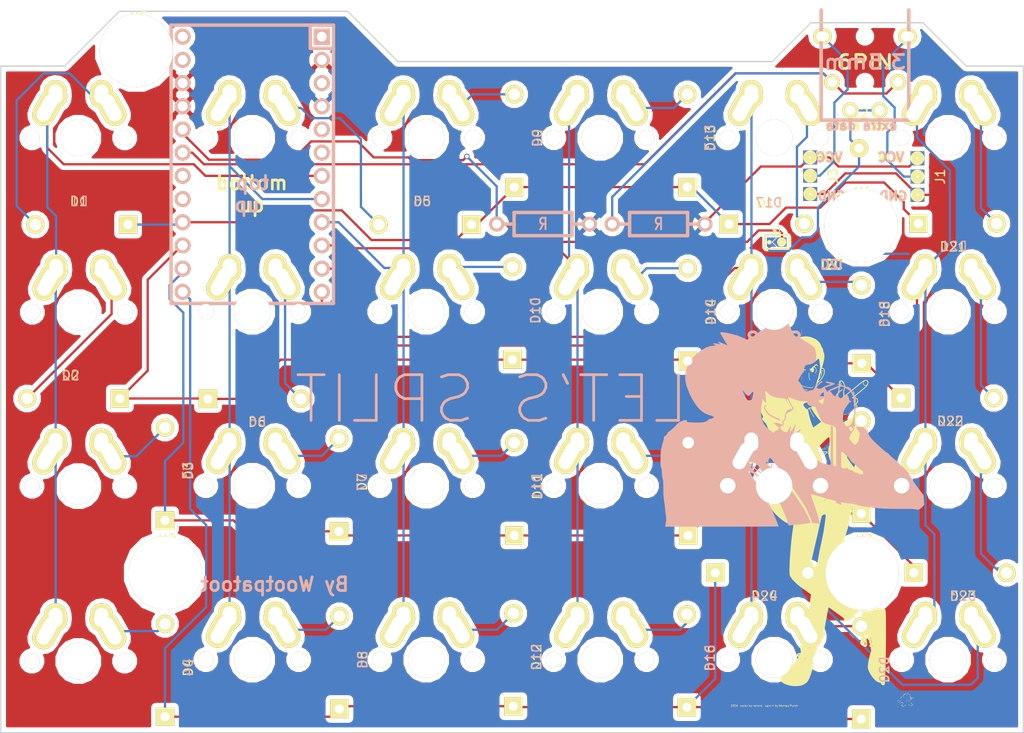
<source format=kicad_pcb>
(kicad_pcb (version 4) (host pcbnew 4.0.2-stable)
  (layers (0 F.Cu signal) (31 B.Cu signal) (34 B.Paste user) (35 F.Paste user) (36 B.SilkS user) (37 F.SilkS user) (38 B.Mask user) (39 F.Mask user) (44 Edge.Cuts user))
  (net 0 "")
  (net 1 "Net-(D1-Pad2)")
  (net 2 row0)
  (net 3 "Net-(D2-Pad2)")
  (net 4 row1)
  (net 5 "Net-(D3-Pad2)")
  (net 6 row2)
  (net 7 "Net-(D4-Pad2)")
  (net 8 row3)
  (net 9 "Net-(D5-Pad2)")
  (net 10 "Net-(D6-Pad2)")
  (net 11 "Net-(D7-Pad2)")
  (net 12 "Net-(D8-Pad2)")
  (net 13 "Net-(D9-Pad2)")
  (net 14 "Net-(D10-Pad2)")
  (net 15 "Net-(D11-Pad2)")
  (net 16 "Net-(D12-Pad2)")
  (net 17 "Net-(D13-Pad2)")
  (net 18 "Net-(D14-Pad2)")
  (net 19 "Net-(D15-Pad2)")
  (net 20 "Net-(D16-Pad2)")
  (net 21 "Net-(D17-Pad2)")
  (net 22 "Net-(D18-Pad2)")
  (net 23 "Net-(D19-Pad2)")
  (net 24 "Net-(D20-Pad2)")
  (net 25 "Net-(D21-Pad2)")
  (net 26 "Net-(D22-Pad2)")
  (net 27 "Net-(D23-Pad2)")
  (net 28 "Net-(D24-Pad2)")
  (net 29 GND)
  (net 30 "Net-(J1-Pad2)")
  (net 31 VCC)
  (net 32 data)
  (net 33 xtradata)
  (net 34 "Net-(J2-Pad4)")
  (net 35 "Net-(R1-Pad2)")
  (net 36 col0)
  (net 37 col1)
  (net 38 col2)
  (net 39 col3)
  (net 40 col4)
  (net 41 col5)
  (net 42 "Net-(U1-Pad1)")
  (net 43 "Net-(U1-Pad3)")
  (net 44 "Net-(U1-Pad5)")
  (net 45 "Net-(U1-Pad6)")
  (net 46 "Net-(U1-Pad22)")
  (net 47 "Net-(U1-Pad23)")
  (net 48 "Net-(U1-Pad28)")
  (net 49 "Net-(U1-Pad29)")
  (module Diodes_THT:Diode_DO-41_SOD81_Horizontal_RM10 (layer F.Cu) (at 131.25 110.5 90)
    (fp_text reference D20 (at 5.38734 2.53746 90) (layer F.SilkS))
    (fp_text value D)
    (fp_text user D20 (at 5.41 2.54 90) (layer B.SilkS) (effects (justify mirror)))
    (pad 2 thru_hole circle (at 10.16 -0.00254 270) (size 1.99898 1.99898) (drill 1.27) (layers *.Cu *.Mask F.SilkS) (net 24 "Net-(D20-Pad2)"))
    (pad 1 thru_hole rect (at 0 -0.00254 270) (size 1.99898 1.99898) (drill 1.00076) (layers *.Cu *.Mask F.SilkS) (net 8 row3))
  )
  (module Diodes_THT:Diode_DO-41_SOD81_Horizontal_RM10 (layer F.Cu) (at 74.1 109.4 90)
    (fp_text reference D8 (at 5.38734 2.53746 90) (layer F.SilkS))
    (fp_text value D)
    (fp_text user D8 (at 5.4 2.53 90) (layer B.SilkS) (effects (justify mirror)))
    (pad 2 thru_hole circle (at 10.16 -0.00254 270) (size 1.99898 1.99898) (drill 1.27) (layers *.Cu *.Mask F.SilkS) (net 12 "Net-(D8-Pad2)"))
    (pad 1 thru_hole rect (at 0 -0.00254 270) (size 1.99898 1.99898) (drill 1.00076) (layers *.Cu *.Mask F.SilkS) (net 8 row3))
  )
  (module Diodes_THT:Diode_DO-41_SOD81_Horizontal_RM10 (layer F.Cu) (at 93.15 109.1 90)
    (fp_text reference D12 (at 5.38734 2.53746 90) (layer F.SilkS))
    (fp_text value D)
    (fp_text user D12 (at 5.39 2.52 90) (layer B.SilkS) (effects (justify mirror)))
    (pad 2 thru_hole circle (at 10.16 -0.00254 270) (size 1.99898 1.99898) (drill 1.27) (layers *.Cu *.Mask F.SilkS) (net 16 "Net-(D12-Pad2)"))
    (pad 1 thru_hole rect (at 0 -0.00254 270) (size 1.99898 1.99898) (drill 1.00076) (layers *.Cu *.Mask F.SilkS) (net 8 row3))
  )
  (module Diodes_THT:Diode_DO-41_SOD81_Horizontal_RM10 (layer F.Cu) (at 112.15 109.2 90)
    (fp_text reference D16 (at 5.38734 2.53746 90) (layer F.SilkS))
    (fp_text value D)
    (fp_text user D16 (at 5.41 2.51 90) (layer B.SilkS) (effects (justify mirror)))
    (pad 2 thru_hole circle (at 10.16 -0.00254 270) (size 1.99898 1.99898) (drill 1.27) (layers *.Cu *.Mask F.SilkS) (net 20 "Net-(D16-Pad2)"))
    (pad 1 thru_hole rect (at 0 -0.00254 270) (size 1.99898 1.99898) (drill 1.00076) (layers *.Cu *.Mask F.SilkS) (net 8 row3))
  )
  (module Diodes_THT:Diode_DO-41_SOD81_Horizontal_RM10 (layer F.Cu) (at 115.25 94.5)
    (fp_text reference D24 (at 5.38734 2.53746) (layer F.SilkS))
    (fp_text value D)
    (fp_text user D24 (at 5.39 2.53) (layer B.SilkS) (effects (justify mirror)))
    (pad 2 thru_hole circle (at 10.16 -0.00254 180) (size 1.99898 1.99898) (drill 1.27) (layers *.Cu *.Mask F.SilkS) (net 28 "Net-(D24-Pad2)"))
    (pad 1 thru_hole rect (at 0 -0.00254 180) (size 1.99898 1.99898) (drill 1.00076) (layers *.Cu *.Mask F.SilkS) (net 8 row3))
  )
  (module Diodes_THT:Diode_DO-41_SOD81_Horizontal_RM10 (layer F.Cu) (at 135.6 75.35)
    (fp_text reference D22 (at 5.38734 2.53746) (layer F.SilkS))
    (fp_text value D)
    (fp_text user D22 (at 5.43 2.54) (layer B.SilkS) (effects (justify mirror)))
    (pad 2 thru_hole circle (at 10.16 -0.00254 180) (size 1.99898 1.99898) (drill 1.27) (layers *.Cu *.Mask F.SilkS) (net 26 "Net-(D22-Pad2)"))
    (pad 1 thru_hole rect (at 0 -0.00254 180) (size 1.99898 1.99898) (drill 1.00076) (layers *.Cu *.Mask F.SilkS) (net 4 row1))
  )
  (module Diodes_THT:Diode_DO-41_SOD81_Horizontal_RM10 (layer F.Cu) (at 137 94.5)
    (fp_text reference D23 (at 5.38734 2.53746) (layer F.SilkS))
    (fp_text value D)
    (fp_text user D23 (at 5.4 2.54) (layer B.SilkS) (effects (justify mirror)))
    (pad 2 thru_hole circle (at 10.16 -0.00254 180) (size 1.99898 1.99898) (drill 1.27) (layers *.Cu *.Mask F.SilkS) (net 27 "Net-(D23-Pad2)"))
    (pad 1 thru_hole rect (at 0 -0.00254 180) (size 1.99898 1.99898) (drill 1.00076) (layers *.Cu *.Mask F.SilkS) (net 6 row2))
  )
  (module Diodes_THT:Diode_DO-41_SOD81_Horizontal_RM10 (layer F.Cu) (at 112.3 90.4 90)
    (fp_text reference D15 (at 5.38734 2.53746 90) (layer F.SilkS))
    (fp_text value D)
    (fp_text user D15 (at 5.4 2.53 90) (layer B.SilkS) (effects (justify mirror)))
    (pad 2 thru_hole circle (at 10.16 -0.00254 270) (size 1.99898 1.99898) (drill 1.27) (layers *.Cu *.Mask F.SilkS) (net 19 "Net-(D15-Pad2)"))
    (pad 1 thru_hole rect (at 0 -0.00254 270) (size 1.99898 1.99898) (drill 1.00076) (layers *.Cu *.Mask F.SilkS) (net 6 row2))
  )
  (module Diodes_THT:Diode_DO-41_SOD81_Horizontal_RM10 (layer F.Cu) (at 93.25 90.4 90)
    (fp_text reference D11 (at 5.38734 2.53746 90) (layer F.SilkS))
    (fp_text value D)
    (fp_text user D11 (at 5.34 2.47 90) (layer B.SilkS) (effects (justify mirror)))
    (pad 2 thru_hole circle (at 10.16 -0.00254 270) (size 1.99898 1.99898) (drill 1.27) (layers *.Cu *.Mask F.SilkS) (net 15 "Net-(D11-Pad2)"))
    (pad 1 thru_hole rect (at 0 -0.00254 270) (size 1.99898 1.99898) (drill 1.00076) (layers *.Cu *.Mask F.SilkS) (net 6 row2))
  )
  (module Diodes_THT:Diode_DO-41_SOD81_Horizontal_RM10 (layer F.Cu) (at 74.05 89.95 90)
    (fp_text reference D7 (at 5.38734 2.53746 90) (layer F.SilkS))
    (fp_text value D)
    (fp_text user D7 (at 5.4 2.53 90) (layer B.SilkS) (effects (justify mirror)))
    (pad 2 thru_hole circle (at 10.16 -0.00254 270) (size 1.99898 1.99898) (drill 1.27) (layers *.Cu *.Mask F.SilkS) (net 11 "Net-(D7-Pad2)"))
    (pad 1 thru_hole rect (at 0 -0.00254 270) (size 1.99898 1.99898) (drill 1.00076) (layers *.Cu *.Mask F.SilkS) (net 6 row2))
  )
  (module Diodes_THT:Diode_DO-41_SOD81_Horizontal_RM10 (layer F.Cu) (at 50.05 75.4 180)
    (fp_text reference D2 (at 5.38734 2.53746 180) (layer F.SilkS))
    (fp_text value D)
    (fp_text user D2 (at 5.41 2.48 180) (layer B.SilkS) (effects (justify mirror)))
    (pad 2 thru_hole circle (at 10.16 -0.00254) (size 1.99898 1.99898) (drill 1.27) (layers *.Cu *.Mask F.SilkS) (net 3 "Net-(D2-Pad2)"))
    (pad 1 thru_hole rect (at 0 -0.00254) (size 1.99898 1.99898) (drill 1.00076) (layers *.Cu *.Mask F.SilkS) (net 4 row1))
  )
  (module Diodes_THT:Diode_DO-41_SOD81_Horizontal_RM10 (layer F.Cu) (at 55 110.25 90)
    (fp_text reference D4 (at 5.38734 2.53746 90) (layer F.SilkS))
    (fp_text value D)
    (fp_text user D4 (at 5.38 2.54 90) (layer B.SilkS) (effects (justify mirror)))
    (pad 2 thru_hole circle (at 10.16 -0.00254 270) (size 1.99898 1.99898) (drill 1.27) (layers *.Cu *.Mask F.SilkS) (net 7 "Net-(D4-Pad2)"))
    (pad 1 thru_hole rect (at 0 -0.00254 270) (size 1.99898 1.99898) (drill 1.00076) (layers *.Cu *.Mask F.SilkS) (net 8 row3))
  )
  (module Diodes_THT:Diode_DO-41_SOD81_Horizontal_RM10 (layer F.Cu) (at 59.7 75.45)
    (fp_text reference D6 (at 5.38734 2.53746) (layer F.SilkS))
    (fp_text value D)
    (fp_text user D6 (at 5.42 2.47) (layer B.SilkS) (effects (justify mirror)))
    (pad 2 thru_hole circle (at 10.16 -0.00254 180) (size 1.99898 1.99898) (drill 1.27) (layers *.Cu *.Mask F.SilkS) (net 10 "Net-(D6-Pad2)"))
    (pad 1 thru_hole rect (at 0 -0.00254 180) (size 1.99898 1.99898) (drill 1.00076) (layers *.Cu *.Mask F.SilkS) (net 4 row1))
  )
  (module Diodes_THT:Diode_DO-41_SOD81_Horizontal_RM10 (layer F.Cu) (at 93.05 71.15 90)
    (fp_text reference D10 (at 5.38734 2.53746 90) (layer F.SilkS))
    (fp_text value D)
    (fp_text user D10 (at 5.4 2.5 90) (layer B.SilkS) (effects (justify mirror)))
    (pad 2 thru_hole circle (at 10.16 -0.00254 270) (size 1.99898 1.99898) (drill 1.27) (layers *.Cu *.Mask F.SilkS) (net 14 "Net-(D10-Pad2)"))
    (pad 1 thru_hole rect (at 0 -0.00254 270) (size 1.99898 1.99898) (drill 1.00076) (layers *.Cu *.Mask F.SilkS) (net 4 row1))
  )
  (module Diodes_THT:Diode_DO-41_SOD81_Horizontal_RM10 (layer F.Cu) (at 112.25 71.3 90)
    (fp_text reference D14 (at 5.38734 2.53746 90) (layer F.SilkS))
    (fp_text value D)
    (fp_text user D14 (at 5.38 2.51 90) (layer B.SilkS) (effects (justify mirror)))
    (pad 2 thru_hole circle (at 10.16 -0.00254 270) (size 1.99898 1.99898) (drill 1.27) (layers *.Cu *.Mask F.SilkS) (net 18 "Net-(D14-Pad2)"))
    (pad 1 thru_hole rect (at 0 -0.00254 270) (size 1.99898 1.99898) (drill 1.00076) (layers *.Cu *.Mask F.SilkS) (net 4 row1))
  )
  (module Diodes_THT:Diode_DO-41_SOD81_Horizontal_RM10 (layer F.Cu) (at 131.3 71.55 90)
    (fp_text reference D18 (at 5.38734 2.53746 90) (layer F.SilkS))
    (fp_text value D)
    (fp_text user D18 (at 5.44 2.48 90) (layer B.SilkS) (effects (justify mirror)))
    (pad 2 thru_hole circle (at 8.55 -0.05 270) (size 1.99898 1.99898) (drill 1.27) (layers *.Cu *.Mask F.SilkS) (net 22 "Net-(D18-Pad2)"))
    (pad 1 thru_hole rect (at 0 -0.00254 270) (size 1.99898 1.99898) (drill 1.00076) (layers *.Cu *.Mask F.SilkS) (net 4 row1))
  )
  (module Diodes_THT:Diode_DO-41_SOD81_Horizontal_RM10 (layer F.Cu) (at 135.9 56.25)
    (fp_text reference D21 (at 5.38734 2.53746) (layer F.SilkS))
    (fp_text value D)
    (fp_text user D21 (at 5.51 2.49) (layer B.SilkS) (effects (justify mirror)))
    (pad 2 thru_hole circle (at 10.16 -0.00254 180) (size 1.99898 1.99898) (drill 1.27) (layers *.Cu *.Mask F.SilkS) (net 25 "Net-(D21-Pad2)"))
    (pad 1 thru_hole rect (at 1.6 0 180) (size 1.99898 1.99898) (drill 1.00076) (layers *.Cu *.Mask F.SilkS) (net 2 row0))
  )
  (module Diodes_THT:Diode_DO-41_SOD81_Horizontal_RM10 (layer F.Cu) (at 116.75 56.3)
    (fp_text reference D17 (at 4.5 -2.3) (layer F.SilkS))
    (fp_text value D)
    (fp_text user D17 (at 4.37 -2.35) (layer B.SilkS) (effects (justify mirror)))
    (pad 2 thru_hole circle (at 8.25 -0.05 180) (size 1.99898 1.99898) (drill 1.27) (layers *.Cu *.Mask F.SilkS) (net 21 "Net-(D17-Pad2)"))
    (pad 1 thru_hole rect (at 0 -0.00254 180) (size 1.99898 1.99898) (drill 1.00076) (layers *.Cu *.Mask F.SilkS) (net 2 row0))
  )
  (module Diodes_THT:Diode_DO-41_SOD81_Horizontal_RM10 (layer F.Cu) (at 112.2 52.25 90)
    (fp_text reference D13 (at 5.38734 2.53746 90) (layer F.SilkS))
    (fp_text value D)
    (fp_text user D13 (at 5.39 2.46 90) (layer B.SilkS) (effects (justify mirror)))
    (pad 2 thru_hole circle (at 10.16 -0.00254 270) (size 1.99898 1.99898) (drill 1.27) (layers *.Cu *.Mask F.SilkS) (net 17 "Net-(D13-Pad2)"))
    (pad 1 thru_hole rect (at 0 -0.00254 270) (size 1.99898 1.99898) (drill 1.00076) (layers *.Cu *.Mask F.SilkS) (net 2 row0))
  )
  (module Diodes_THT:Diode_DO-41_SOD81_Horizontal_RM10 (layer F.Cu) (at 93.25 52.25 90)
    (fp_text reference D9 (at 5.38734 2.53746 90) (layer F.SilkS))
    (fp_text value D)
    (fp_text user D9 (at 5.39 2.54 90) (layer B.SilkS) (effects (justify mirror)))
    (pad 2 thru_hole circle (at 10.16 -0.00254 270) (size 1.99898 1.99898) (drill 1.27) (layers *.Cu *.Mask F.SilkS) (net 13 "Net-(D9-Pad2)"))
    (pad 1 thru_hole rect (at 0 -0.00254 270) (size 1.99898 1.99898) (drill 1.00076) (layers *.Cu *.Mask F.SilkS) (net 2 row0))
  )
  (module Diodes_THT:Diode_DO-41_SOD81_Horizontal_RM10 (layer F.Cu) (at 88.55 56.35 180)
    (fp_text reference D5 (at 5.38734 2.53746 180) (layer F.SilkS))
    (fp_text value D)
    (fp_text user D5 (at 5.4 2.53 180) (layer B.SilkS) (effects (justify mirror)))
    (pad 2 thru_hole circle (at 10.16 -0.00254) (size 1.99898 1.99898) (drill 1.27) (layers *.Cu *.Mask F.SilkS) (net 9 "Net-(D5-Pad2)"))
    (pad 1 thru_hole rect (at 0 -0.00254) (size 1.99898 1.99898) (drill 1.00076) (layers *.Cu *.Mask F.SilkS) (net 2 row0))
  )
  (module Diodes_THT:Diode_DO-41_SOD81_Horizontal_RM10 (layer F.Cu) (at 50.95 56.35 180)
    (fp_text reference D1 (at 5.38734 2.53746 180) (layer F.SilkS))
    (fp_text value D)
    (fp_text user D1 (at 5.35 2.54 180) (layer B.SilkS) (effects (justify mirror)))
    (pad 2 thru_hole circle (at 10.16 -0.00254) (size 1.99898 1.99898) (drill 1.27) (layers *.Cu *.Mask F.SilkS) (net 1 "Net-(D1-Pad2)"))
    (pad 1 thru_hole rect (at 0 -0.00254) (size 1.99898 1.99898) (drill 1.00076) (layers *.Cu *.Mask F.SilkS) (net 2 row0))
  )
  (module Diodes_THT:Diode_DO-41_SOD81_Horizontal_RM10 (layer F.Cu) (at 55 88.75 90)
    (fp_text reference D3 (at 5.44 2.55 90) (layer F.SilkS))
    (fp_text value D)
    (fp_text user D3 (at 5.45 2.47 90) (layer B.SilkS) (effects (justify mirror)))
    (pad 2 thru_hole circle (at 10.16 -0.00254 270) (size 1.99898 1.99898) (drill 1.27) (layers *.Cu *.Mask F.SilkS) (net 5 "Net-(D3-Pad2)"))
    (pad 1 thru_hole rect (at 0 -0.00254 270) (size 1.99898 1.99898) (drill 1.00076) (layers *.Cu *.Mask F.SilkS) (net 6 row2))
  )
  (module LOGO (layer B.Cu) (at 118.75 78 180)
    (fp_text reference G*** hide)
    (fp_text value LOGO hide)
  )
  (module LOGO (layer F.Cu) (at 127 87.75)
    (fp_text reference G*** hide)
    (fp_text value LOGO hide)
  )
  (module Diodes_THT:Diode_DO-41_SOD81_Horizontal_RM10 (layer F.Cu) (at 131.25 88 90)
    (fp_text reference D19 (at 5.38734 2.53746 90) (layer F.SilkS))
    (fp_text value D)
    (pad 2 thru_hole circle (at 10.16 -0.00254 270) (size 1.99898 1.99898) (drill 1.27) (layers *.Cu *.Mask F.SilkS) (net 23 "Net-(D19-Pad2)"))
    (pad 1 thru_hole rect (at 0 -0.00254 270) (size 1.99898 1.99898) (drill 1.00076) (layers *.Cu *.Mask F.SilkS) (net 6 row2))
  )
  (module local:4pin35mmAudio (layer F.Cu) (at 131.65 32.85 270)
    (fp_text reference J2 hide)
    (fp_text value 6PIN (at 5.715 0 360) (layer F.SilkS) (effects (font (size 1.524 1.778) (thickness 0.3048))))
    (fp_text user 3.5mm (at 5.715 0 360) (layer B.SilkS) (effects (font (size 1.524 1.778) (thickness 0.3048)) (justify mirror)))
    (pad 1 thru_hole oval (at 2.8956 -4.6482 270) (size 1.7526 2.0574) (drill oval 1.0922 1.397) (layers *.Cu *.Mask F.SilkS) (net 30 "Net-(J1-Pad2)"))
    (pad 2 thru_hole circle (at 7.8994 3.6068 270) (size 1.7526 1.7526) (drill 1.0922) (layers *.Cu *.Mask F.SilkS) (net 32 data))
    (pad 3 thru_hole circle (at 10.9982 -1.6002 270) (size 1.7526 1.7526) (drill 1.0922) (layers *.Cu *.Mask F.SilkS) (net 33 xtradata))
    (pad 4 thru_hole oval (at 2.8956 4.6482 270) (size 1.7526 2.0574) (drill oval 1.0922 1.397) (layers *.Cu *.Mask F.SilkS) (net 34 "Net-(J2-Pad4)"))
    (pad 5 thru_hole circle (at 10.9982 1.6002 270) (size 1.7526 1.7526) (drill 1.0922) (layers *.Cu *.Mask F.SilkS) (net 33 xtradata))
    (pad 6 thru_hole circle (at 7.8994 -3.6068 270) (size 1.7526 1.7526) (drill 1.0922) (layers *.Cu *.Mask F.SilkS) (net 32 data))
    (pad HOLE np_thru_hole circle (at 2.8956 0 270) (size 0.9906 0.9906) (drill 0.9906) (layers *.Cu *.Mask F.SilkS))
    (pad HOLE np_thru_hole circle (at 7.8994 0 270) (size 0.9906 0.9906) (drill 0.9906) (layers *.Cu *.Mask F.SilkS))
  )
  (module local:RESISTOR (layer B.Cu) (at 96.4 56.3 180)
    (fp_text reference R1 hide)
    (fp_text value R (at 0 0 360) (layer B.SilkS) (effects (font (size 1.27 1.016) (thickness 0.2032)) (justify mirror)))
    (pad 1 thru_hole circle (at -5.08 0 180) (size 1.651 1.651) (drill 0.9906) (layers *.Cu *.SilkS *.Mask) (net 31 VCC))
    (pad 2 thru_hole circle (at 5.08 0 180) (size 1.651 1.651) (drill 0.9906) (layers *.Cu *.SilkS *.Mask) (net 35 "Net-(R1-Pad2)"))
  )
  (module local:RESISTOR (layer B.Cu) (at 109.05 56.3)
    (fp_text reference R2 hide)
    (fp_text value R (at 0 0) (layer B.SilkS) (effects (font (size 1.27 1.016) (thickness 0.2032)) (justify mirror)))
    (pad 1 thru_hole circle (at -5.08 0) (size 1.651 1.651) (drill 0.9906) (layers *.Cu *.SilkS *.Mask) (net 32 data))
    (pad 2 thru_hole circle (at 5.08 0) (size 1.651 1.651) (drill 0.9906) (layers *.Cu *.SilkS *.Mask) (net 31 VCC))
  )
  (module local:MXALPS_FLIP (layer F.Cu) (at 45.5 46.85)
    (fp_text reference SW1 hide)
    (fp_text value SW_PUSH hide)
    (pad 1 thru_hole oval (at -2.48 -4.79 3.9) (size 2.5 3.08) (drill oval 1.5 2.08) (layers *.Cu *.Mask F.SilkS) (net 36 col0))
    (pad 2 thru_hole oval (at 3.595 -3.27 29) (size 2.5 4.17) (drill oval 1.5 3.17) (layers *.Cu *.Mask F.SilkS) (net 1 "Net-(D1-Pad2)"))
    (pad "" np_thru_hole circle (at 0 0) (size 3.98781 3.98781) (drill 3.9878) (layers *.Cu *.Mask F.SilkS) (clearance 0.1524))
    (pad "" np_thru_hole circle (at -5.08 0) (size 1.70181 1.70181) (drill 1.7018) (layers *.Cu *.Mask F.SilkS) (clearance 0.1524))
    (pad "" np_thru_hole circle (at 5.08 0) (size 1.70181 1.70181) (drill 1.7018) (layers *.Cu *.Mask F.SilkS) (clearance 0.1524))
    (pad 1 thru_hole oval (at -3.405 -3.27 330.95) (size 2.5 4.17) (drill oval 1.5 3.17) (layers *.Cu *.Mask F.SilkS) (net 36 col0))
    (pad 2 thru_hole oval (at 2.52 -4.79 356.1) (size 2.5 3.08) (drill oval 1.5 2.08) (layers *.Cu *.Mask F.SilkS) (net 1 "Net-(D1-Pad2)"))
  )
  (module local:MXALPS_FLIP (layer F.Cu) (at 45.55 65.95)
    (fp_text reference SW2 hide)
    (fp_text value SW_PUSH hide)
    (pad 1 thru_hole oval (at -2.48 -4.79 3.9) (size 2.5 3.08) (drill oval 1.5 2.08) (layers *.Cu *.Mask F.SilkS) (net 36 col0))
    (pad 2 thru_hole oval (at 3.595 -3.27 29) (size 2.5 4.17) (drill oval 1.5 3.17) (layers *.Cu *.Mask F.SilkS) (net 3 "Net-(D2-Pad2)"))
    (pad "" np_thru_hole circle (at 0 0) (size 3.98781 3.98781) (drill 3.9878) (layers *.Cu *.Mask F.SilkS) (clearance 0.1524))
    (pad "" np_thru_hole circle (at -5.08 0) (size 1.70181 1.70181) (drill 1.7018) (layers *.Cu *.Mask F.SilkS) (clearance 0.1524))
    (pad "" np_thru_hole circle (at 5.08 0) (size 1.70181 1.70181) (drill 1.7018) (layers *.Cu *.Mask F.SilkS) (clearance 0.1524))
    (pad 1 thru_hole oval (at -3.405 -3.27 330.95) (size 2.5 4.17) (drill oval 1.5 3.17) (layers *.Cu *.Mask F.SilkS) (net 36 col0))
    (pad 2 thru_hole oval (at 2.52 -4.79 356.1) (size 2.5 3.08) (drill oval 1.5 2.08) (layers *.Cu *.Mask F.SilkS) (net 3 "Net-(D2-Pad2)"))
  )
  (module local:MXALPS_FLIP (layer F.Cu) (at 45.5 85)
    (fp_text reference SW3 hide)
    (fp_text value SW_PUSH hide)
    (pad 1 thru_hole oval (at -2.48 -4.79 3.9) (size 2.5 3.08) (drill oval 1.5 2.08) (layers *.Cu *.Mask F.SilkS) (net 36 col0))
    (pad 2 thru_hole oval (at 3.595 -3.27 29) (size 2.5 4.17) (drill oval 1.5 3.17) (layers *.Cu *.Mask F.SilkS) (net 5 "Net-(D3-Pad2)"))
    (pad "" np_thru_hole circle (at 0 0) (size 3.98781 3.98781) (drill 3.9878) (layers *.Cu *.Mask F.SilkS) (clearance 0.1524))
    (pad "" np_thru_hole circle (at -5.08 0) (size 1.70181 1.70181) (drill 1.7018) (layers *.Cu *.Mask F.SilkS) (clearance 0.1524))
    (pad "" np_thru_hole circle (at 5.08 0) (size 1.70181 1.70181) (drill 1.7018) (layers *.Cu *.Mask F.SilkS) (clearance 0.1524))
    (pad 1 thru_hole oval (at -3.405 -3.27 330.95) (size 2.5 4.17) (drill oval 1.5 3.17) (layers *.Cu *.Mask F.SilkS) (net 36 col0))
    (pad 2 thru_hole oval (at 2.52 -4.79 356.1) (size 2.5 3.08) (drill oval 1.5 2.08) (layers *.Cu *.Mask F.SilkS) (net 5 "Net-(D3-Pad2)"))
  )
  (module local:MXALPS_FLIP (layer F.Cu) (at 45.5 104.15)
    (fp_text reference SW4 hide)
    (fp_text value SW_PUSH hide)
    (pad 1 thru_hole oval (at -2.48 -4.79 3.9) (size 2.5 3.08) (drill oval 1.5 2.08) (layers *.Cu *.Mask F.SilkS) (net 36 col0))
    (pad 2 thru_hole oval (at 3.595 -3.27 29) (size 2.5 4.17) (drill oval 1.5 3.17) (layers *.Cu *.Mask F.SilkS) (net 7 "Net-(D4-Pad2)"))
    (pad "" np_thru_hole circle (at 0 0) (size 3.98781 3.98781) (drill 3.9878) (layers *.Cu *.Mask F.SilkS) (clearance 0.1524))
    (pad "" np_thru_hole circle (at -5.08 0) (size 1.70181 1.70181) (drill 1.7018) (layers *.Cu *.Mask F.SilkS) (clearance 0.1524))
    (pad "" np_thru_hole circle (at 5.08 0) (size 1.70181 1.70181) (drill 1.7018) (layers *.Cu *.Mask F.SilkS) (clearance 0.1524))
    (pad 1 thru_hole oval (at -3.405 -3.27 330.95) (size 2.5 4.17) (drill oval 1.5 3.17) (layers *.Cu *.Mask F.SilkS) (net 36 col0))
    (pad 2 thru_hole oval (at 2.52 -4.79 356.1) (size 2.5 3.08) (drill oval 1.5 2.08) (layers *.Cu *.Mask F.SilkS) (net 7 "Net-(D4-Pad2)"))
  )
  (module local:MXALPS_FLIP (layer F.Cu) (at 64.55 46.85)
    (fp_text reference SW5 hide)
    (fp_text value SW_PUSH hide)
    (pad 1 thru_hole oval (at -2.48 -4.79 3.9) (size 2.5 3.08) (drill oval 1.5 2.08) (layers *.Cu *.Mask F.SilkS) (net 37 col1))
    (pad 2 thru_hole oval (at 3.595 -3.27 29) (size 2.5 4.17) (drill oval 1.5 3.17) (layers *.Cu *.Mask F.SilkS) (net 9 "Net-(D5-Pad2)"))
    (pad "" np_thru_hole circle (at 0 0) (size 3.98781 3.98781) (drill 3.9878) (layers *.Cu *.Mask F.SilkS) (clearance 0.1524))
    (pad "" np_thru_hole circle (at -5.08 0) (size 1.70181 1.70181) (drill 1.7018) (layers *.Cu *.Mask F.SilkS) (clearance 0.1524))
    (pad "" np_thru_hole circle (at 5.08 0) (size 1.70181 1.70181) (drill 1.7018) (layers *.Cu *.Mask F.SilkS) (clearance 0.1524))
    (pad 1 thru_hole oval (at -3.405 -3.27 330.95) (size 2.5 4.17) (drill oval 1.5 3.17) (layers *.Cu *.Mask F.SilkS) (net 37 col1))
    (pad 2 thru_hole oval (at 2.52 -4.79 356.1) (size 2.5 3.08) (drill oval 1.5 2.08) (layers *.Cu *.Mask F.SilkS) (net 9 "Net-(D5-Pad2)"))
  )
  (module local:MXALPS_FLIP (layer F.Cu) (at 64.55 65.9)
    (fp_text reference SW6 hide)
    (fp_text value SW_PUSH hide)
    (pad 1 thru_hole oval (at -2.48 -4.79 3.9) (size 2.5 3.08) (drill oval 1.5 2.08) (layers *.Cu *.Mask F.SilkS) (net 37 col1))
    (pad 2 thru_hole oval (at 3.595 -3.27 29) (size 2.5 4.17) (drill oval 1.5 3.17) (layers *.Cu *.Mask F.SilkS) (net 10 "Net-(D6-Pad2)"))
    (pad "" np_thru_hole circle (at 0 0) (size 3.98781 3.98781) (drill 3.9878) (layers *.Cu *.Mask F.SilkS) (clearance 0.1524))
    (pad "" np_thru_hole circle (at -5.08 0) (size 1.70181 1.70181) (drill 1.7018) (layers *.Cu *.Mask F.SilkS) (clearance 0.1524))
    (pad "" np_thru_hole circle (at 5.08 0) (size 1.70181 1.70181) (drill 1.7018) (layers *.Cu *.Mask F.SilkS) (clearance 0.1524))
    (pad 1 thru_hole oval (at -3.405 -3.27 330.95) (size 2.5 4.17) (drill oval 1.5 3.17) (layers *.Cu *.Mask F.SilkS) (net 37 col1))
    (pad 2 thru_hole oval (at 2.52 -4.79 356.1) (size 2.5 3.08) (drill oval 1.5 2.08) (layers *.Cu *.Mask F.SilkS) (net 10 "Net-(D6-Pad2)"))
  )
  (module local:MXALPS_FLIP (layer F.Cu) (at 64.55 84.95)
    (fp_text reference SW7 hide)
    (fp_text value SW_PUSH hide)
    (pad 1 thru_hole oval (at -2.48 -4.79 3.9) (size 2.5 3.08) (drill oval 1.5 2.08) (layers *.Cu *.Mask F.SilkS) (net 37 col1))
    (pad 2 thru_hole oval (at 3.595 -3.27 29) (size 2.5 4.17) (drill oval 1.5 3.17) (layers *.Cu *.Mask F.SilkS) (net 11 "Net-(D7-Pad2)"))
    (pad "" np_thru_hole circle (at 0 0) (size 3.98781 3.98781) (drill 3.9878) (layers *.Cu *.Mask F.SilkS) (clearance 0.1524))
    (pad "" np_thru_hole circle (at -5.08 0) (size 1.70181 1.70181) (drill 1.7018) (layers *.Cu *.Mask F.SilkS) (clearance 0.1524))
    (pad "" np_thru_hole circle (at 5.08 0) (size 1.70181 1.70181) (drill 1.7018) (layers *.Cu *.Mask F.SilkS) (clearance 0.1524))
    (pad 1 thru_hole oval (at -3.405 -3.27 330.95) (size 2.5 4.17) (drill oval 1.5 3.17) (layers *.Cu *.Mask F.SilkS) (net 37 col1))
    (pad 2 thru_hole oval (at 2.52 -4.79 356.1) (size 2.5 3.08) (drill oval 1.5 2.08) (layers *.Cu *.Mask F.SilkS) (net 11 "Net-(D7-Pad2)"))
  )
  (module local:MXALPS_FLIP (layer F.Cu) (at 64.55 104)
    (fp_text reference SW8 hide)
    (fp_text value SW_PUSH hide)
    (pad 1 thru_hole oval (at -2.48 -4.79 3.9) (size 2.5 3.08) (drill oval 1.5 2.08) (layers *.Cu *.Mask F.SilkS) (net 37 col1))
    (pad 2 thru_hole oval (at 3.595 -3.27 29) (size 2.5 4.17) (drill oval 1.5 3.17) (layers *.Cu *.Mask F.SilkS) (net 12 "Net-(D8-Pad2)"))
    (pad "" np_thru_hole circle (at 0 0) (size 3.98781 3.98781) (drill 3.9878) (layers *.Cu *.Mask F.SilkS) (clearance 0.1524))
    (pad "" np_thru_hole circle (at -5.08 0) (size 1.70181 1.70181) (drill 1.7018) (layers *.Cu *.Mask F.SilkS) (clearance 0.1524))
    (pad "" np_thru_hole circle (at 5.08 0) (size 1.70181 1.70181) (drill 1.7018) (layers *.Cu *.Mask F.SilkS) (clearance 0.1524))
    (pad 1 thru_hole oval (at -3.405 -3.27 330.95) (size 2.5 4.17) (drill oval 1.5 3.17) (layers *.Cu *.Mask F.SilkS) (net 37 col1))
    (pad 2 thru_hole oval (at 2.52 -4.79 356.1) (size 2.5 3.08) (drill oval 1.5 2.08) (layers *.Cu *.Mask F.SilkS) (net 12 "Net-(D8-Pad2)"))
  )
  (module local:MXALPS_FLIP (layer F.Cu) (at 83.6 46.85)
    (fp_text reference SW9 hide)
    (fp_text value SW_PUSH hide)
    (pad 1 thru_hole oval (at -2.48 -4.79 3.9) (size 2.5 3.08) (drill oval 1.5 2.08) (layers *.Cu *.Mask F.SilkS) (net 38 col2))
    (pad 2 thru_hole oval (at 3.595 -3.27 29) (size 2.5 4.17) (drill oval 1.5 3.17) (layers *.Cu *.Mask F.SilkS) (net 13 "Net-(D9-Pad2)"))
    (pad "" np_thru_hole circle (at 0 0) (size 3.98781 3.98781) (drill 3.9878) (layers *.Cu *.Mask F.SilkS) (clearance 0.1524))
    (pad "" np_thru_hole circle (at -5.08 0) (size 1.70181 1.70181) (drill 1.7018) (layers *.Cu *.Mask F.SilkS) (clearance 0.1524))
    (pad "" np_thru_hole circle (at 5.08 0) (size 1.70181 1.70181) (drill 1.7018) (layers *.Cu *.Mask F.SilkS) (clearance 0.1524))
    (pad 1 thru_hole oval (at -3.405 -3.27 330.95) (size 2.5 4.17) (drill oval 1.5 3.17) (layers *.Cu *.Mask F.SilkS) (net 38 col2))
    (pad 2 thru_hole oval (at 2.52 -4.79 356.1) (size 2.5 3.08) (drill oval 1.5 2.08) (layers *.Cu *.Mask F.SilkS) (net 13 "Net-(D9-Pad2)"))
  )
  (module local:MXALPS_FLIP (layer F.Cu) (at 83.6 65.9)
    (fp_text reference SW10 hide)
    (fp_text value SW_PUSH hide)
    (pad 1 thru_hole oval (at -2.48 -4.79 3.9) (size 2.5 3.08) (drill oval 1.5 2.08) (layers *.Cu *.Mask F.SilkS) (net 38 col2))
    (pad 2 thru_hole oval (at 3.595 -3.27 29) (size 2.5 4.17) (drill oval 1.5 3.17) (layers *.Cu *.Mask F.SilkS) (net 14 "Net-(D10-Pad2)"))
    (pad "" np_thru_hole circle (at 0 0) (size 3.98781 3.98781) (drill 3.9878) (layers *.Cu *.Mask F.SilkS) (clearance 0.1524))
    (pad "" np_thru_hole circle (at -5.08 0) (size 1.70181 1.70181) (drill 1.7018) (layers *.Cu *.Mask F.SilkS) (clearance 0.1524))
    (pad "" np_thru_hole circle (at 5.08 0) (size 1.70181 1.70181) (drill 1.7018) (layers *.Cu *.Mask F.SilkS) (clearance 0.1524))
    (pad 1 thru_hole oval (at -3.405 -3.27 330.95) (size 2.5 4.17) (drill oval 1.5 3.17) (layers *.Cu *.Mask F.SilkS) (net 38 col2))
    (pad 2 thru_hole oval (at 2.52 -4.79 356.1) (size 2.5 3.08) (drill oval 1.5 2.08) (layers *.Cu *.Mask F.SilkS) (net 14 "Net-(D10-Pad2)"))
  )
  (module local:MXALPS_FLIP (layer F.Cu) (at 83.6 84.95)
    (fp_text reference SW11 hide)
    (fp_text value SW_PUSH hide)
    (pad 1 thru_hole oval (at -2.48 -4.79 3.9) (size 2.5 3.08) (drill oval 1.5 2.08) (layers *.Cu *.Mask F.SilkS) (net 38 col2))
    (pad 2 thru_hole oval (at 3.595 -3.27 29) (size 2.5 4.17) (drill oval 1.5 3.17) (layers *.Cu *.Mask F.SilkS) (net 15 "Net-(D11-Pad2)"))
    (pad "" np_thru_hole circle (at 0 0) (size 3.98781 3.98781) (drill 3.9878) (layers *.Cu *.Mask F.SilkS) (clearance 0.1524))
    (pad "" np_thru_hole circle (at -5.08 0) (size 1.70181 1.70181) (drill 1.7018) (layers *.Cu *.Mask F.SilkS) (clearance 0.1524))
    (pad "" np_thru_hole circle (at 5.08 0) (size 1.70181 1.70181) (drill 1.7018) (layers *.Cu *.Mask F.SilkS) (clearance 0.1524))
    (pad 1 thru_hole oval (at -3.405 -3.27 330.95) (size 2.5 4.17) (drill oval 1.5 3.17) (layers *.Cu *.Mask F.SilkS) (net 38 col2))
    (pad 2 thru_hole oval (at 2.52 -4.79 356.1) (size 2.5 3.08) (drill oval 1.5 2.08) (layers *.Cu *.Mask F.SilkS) (net 15 "Net-(D11-Pad2)"))
  )
  (module local:MXALPS_FLIP (layer F.Cu) (at 83.6 104)
    (fp_text reference SW12 hide)
    (fp_text value SW_PUSH hide)
    (pad 1 thru_hole oval (at -2.48 -4.79 3.9) (size 2.5 3.08) (drill oval 1.5 2.08) (layers *.Cu *.Mask F.SilkS) (net 38 col2))
    (pad 2 thru_hole oval (at 3.595 -3.27 29) (size 2.5 4.17) (drill oval 1.5 3.17) (layers *.Cu *.Mask F.SilkS) (net 16 "Net-(D12-Pad2)"))
    (pad "" np_thru_hole circle (at 0 0) (size 3.98781 3.98781) (drill 3.9878) (layers *.Cu *.Mask F.SilkS) (clearance 0.1524))
    (pad "" np_thru_hole circle (at -5.08 0) (size 1.70181 1.70181) (drill 1.7018) (layers *.Cu *.Mask F.SilkS) (clearance 0.1524))
    (pad "" np_thru_hole circle (at 5.08 0) (size 1.70181 1.70181) (drill 1.7018) (layers *.Cu *.Mask F.SilkS) (clearance 0.1524))
    (pad 1 thru_hole oval (at -3.405 -3.27 330.95) (size 2.5 4.17) (drill oval 1.5 3.17) (layers *.Cu *.Mask F.SilkS) (net 38 col2))
    (pad 2 thru_hole oval (at 2.52 -4.79 356.1) (size 2.5 3.08) (drill oval 1.5 2.08) (layers *.Cu *.Mask F.SilkS) (net 16 "Net-(D12-Pad2)"))
  )
  (module local:MXALPS_FLIP (layer F.Cu) (at 102.65 46.85)
    (fp_text reference SW13 hide)
    (fp_text value SW_PUSH hide)
    (pad 1 thru_hole oval (at -2.48 -4.79 3.9) (size 2.5 3.08) (drill oval 1.5 2.08) (layers *.Cu *.Mask F.SilkS) (net 39 col3))
    (pad 2 thru_hole oval (at 3.595 -3.27 29) (size 2.5 4.17) (drill oval 1.5 3.17) (layers *.Cu *.Mask F.SilkS) (net 17 "Net-(D13-Pad2)"))
    (pad "" np_thru_hole circle (at 0 0) (size 3.98781 3.98781) (drill 3.9878) (layers *.Cu *.Mask F.SilkS) (clearance 0.1524))
    (pad "" np_thru_hole circle (at -5.08 0) (size 1.70181 1.70181) (drill 1.7018) (layers *.Cu *.Mask F.SilkS) (clearance 0.1524))
    (pad "" np_thru_hole circle (at 5.08 0) (size 1.70181 1.70181) (drill 1.7018) (layers *.Cu *.Mask F.SilkS) (clearance 0.1524))
    (pad 1 thru_hole oval (at -3.405 -3.27 330.95) (size 2.5 4.17) (drill oval 1.5 3.17) (layers *.Cu *.Mask F.SilkS) (net 39 col3))
    (pad 2 thru_hole oval (at 2.52 -4.79 356.1) (size 2.5 3.08) (drill oval 1.5 2.08) (layers *.Cu *.Mask F.SilkS) (net 17 "Net-(D13-Pad2)"))
  )
  (module local:MXALPS_FLIP (layer F.Cu) (at 102.65 65.9)
    (fp_text reference SW14 hide)
    (fp_text value SW_PUSH hide)
    (pad 1 thru_hole oval (at -2.48 -4.79 3.9) (size 2.5 3.08) (drill oval 1.5 2.08) (layers *.Cu *.Mask F.SilkS) (net 39 col3))
    (pad 2 thru_hole oval (at 3.595 -3.27 29) (size 2.5 4.17) (drill oval 1.5 3.17) (layers *.Cu *.Mask F.SilkS) (net 18 "Net-(D14-Pad2)"))
    (pad "" np_thru_hole circle (at 0 0) (size 3.98781 3.98781) (drill 3.9878) (layers *.Cu *.Mask F.SilkS) (clearance 0.1524))
    (pad "" np_thru_hole circle (at -5.08 0) (size 1.70181 1.70181) (drill 1.7018) (layers *.Cu *.Mask F.SilkS) (clearance 0.1524))
    (pad "" np_thru_hole circle (at 5.08 0) (size 1.70181 1.70181) (drill 1.7018) (layers *.Cu *.Mask F.SilkS) (clearance 0.1524))
    (pad 1 thru_hole oval (at -3.405 -3.27 330.95) (size 2.5 4.17) (drill oval 1.5 3.17) (layers *.Cu *.Mask F.SilkS) (net 39 col3))
    (pad 2 thru_hole oval (at 2.52 -4.79 356.1) (size 2.5 3.08) (drill oval 1.5 2.08) (layers *.Cu *.Mask F.SilkS) (net 18 "Net-(D14-Pad2)"))
  )
  (module local:MXALPS_FLIP (layer F.Cu) (at 102.65 84.95)
    (fp_text reference SW15 hide)
    (fp_text value SW_PUSH hide)
    (pad 1 thru_hole oval (at -2.48 -4.79 3.9) (size 2.5 3.08) (drill oval 1.5 2.08) (layers *.Cu *.Mask F.SilkS) (net 39 col3))
    (pad 2 thru_hole oval (at 3.595 -3.27 29) (size 2.5 4.17) (drill oval 1.5 3.17) (layers *.Cu *.Mask F.SilkS) (net 19 "Net-(D15-Pad2)"))
    (pad "" np_thru_hole circle (at 0 0) (size 3.98781 3.98781) (drill 3.9878) (layers *.Cu *.Mask F.SilkS) (clearance 0.1524))
    (pad "" np_thru_hole circle (at -5.08 0) (size 1.70181 1.70181) (drill 1.7018) (layers *.Cu *.Mask F.SilkS) (clearance 0.1524))
    (pad "" np_thru_hole circle (at 5.08 0) (size 1.70181 1.70181) (drill 1.7018) (layers *.Cu *.Mask F.SilkS) (clearance 0.1524))
    (pad 1 thru_hole oval (at -3.405 -3.27 330.95) (size 2.5 4.17) (drill oval 1.5 3.17) (layers *.Cu *.Mask F.SilkS) (net 39 col3))
    (pad 2 thru_hole oval (at 2.52 -4.79 356.1) (size 2.5 3.08) (drill oval 1.5 2.08) (layers *.Cu *.Mask F.SilkS) (net 19 "Net-(D15-Pad2)"))
  )
  (module local:MXALPS_FLIP (layer F.Cu) (at 102.65 104)
    (fp_text reference SW16 hide)
    (fp_text value SW_PUSH hide)
    (pad 1 thru_hole oval (at -2.48 -4.79 3.9) (size 2.5 3.08) (drill oval 1.5 2.08) (layers *.Cu *.Mask F.SilkS) (net 39 col3))
    (pad 2 thru_hole oval (at 3.595 -3.27 29) (size 2.5 4.17) (drill oval 1.5 3.17) (layers *.Cu *.Mask F.SilkS) (net 20 "Net-(D16-Pad2)"))
    (pad "" np_thru_hole circle (at 0 0) (size 3.98781 3.98781) (drill 3.9878) (layers *.Cu *.Mask F.SilkS) (clearance 0.1524))
    (pad "" np_thru_hole circle (at -5.08 0) (size 1.70181 1.70181) (drill 1.7018) (layers *.Cu *.Mask F.SilkS) (clearance 0.1524))
    (pad "" np_thru_hole circle (at 5.08 0) (size 1.70181 1.70181) (drill 1.7018) (layers *.Cu *.Mask F.SilkS) (clearance 0.1524))
    (pad 1 thru_hole oval (at -3.405 -3.27 330.95) (size 2.5 4.17) (drill oval 1.5 3.17) (layers *.Cu *.Mask F.SilkS) (net 39 col3))
    (pad 2 thru_hole oval (at 2.52 -4.79 356.1) (size 2.5 3.08) (drill oval 1.5 2.08) (layers *.Cu *.Mask F.SilkS) (net 20 "Net-(D16-Pad2)"))
  )
  (module local:MXALPS_FLIP (layer F.Cu) (at 121.7 46.85)
    (fp_text reference SW17 hide)
    (fp_text value SW_PUSH hide)
    (pad 1 thru_hole oval (at -2.48 -4.79 3.9) (size 2.5 3.08) (drill oval 1.5 2.08) (layers *.Cu *.Mask F.SilkS) (net 40 col4))
    (pad 2 thru_hole oval (at 3.595 -3.27 29) (size 2.5 4.17) (drill oval 1.5 3.17) (layers *.Cu *.Mask F.SilkS) (net 21 "Net-(D17-Pad2)"))
    (pad "" np_thru_hole circle (at 0 0) (size 3.98781 3.98781) (drill 3.9878) (layers *.Cu *.Mask F.SilkS) (clearance 0.1524))
    (pad "" np_thru_hole circle (at -5.08 0) (size 1.70181 1.70181) (drill 1.7018) (layers *.Cu *.Mask F.SilkS) (clearance 0.1524))
    (pad "" np_thru_hole circle (at 5.08 0) (size 1.70181 1.70181) (drill 1.7018) (layers *.Cu *.Mask F.SilkS) (clearance 0.1524))
    (pad 1 thru_hole oval (at -3.405 -3.27 330.95) (size 2.5 4.17) (drill oval 1.5 3.17) (layers *.Cu *.Mask F.SilkS) (net 40 col4))
    (pad 2 thru_hole oval (at 2.52 -4.79 356.1) (size 2.5 3.08) (drill oval 1.5 2.08) (layers *.Cu *.Mask F.SilkS) (net 21 "Net-(D17-Pad2)"))
  )
  (module local:MXALPS_FLIP (layer F.Cu) (at 121.7 65.9)
    (fp_text reference SW18 (at 0 3.048) (layer B.SilkS) (effects (font (thickness 0.3048)) (justify mirror)))
    (fp_text value SW_PUSH hide)
    (pad 1 thru_hole oval (at -2.48 -4.79 3.9) (size 2.5 3.08) (drill oval 1.5 2.08) (layers *.Cu *.Mask F.SilkS) (net 40 col4))
    (pad 2 thru_hole oval (at 3.595 -3.27 29) (size 2.5 4.17) (drill oval 1.5 3.17) (layers *.Cu *.Mask F.SilkS) (net 22 "Net-(D18-Pad2)"))
    (pad "" np_thru_hole circle (at 0 0) (size 3.98781 3.98781) (drill 3.9878) (layers *.Cu *.Mask F.SilkS) (clearance 0.1524))
    (pad "" np_thru_hole circle (at -5.08 0) (size 1.70181 1.70181) (drill 1.7018) (layers *.Cu *.Mask F.SilkS) (clearance 0.1524))
    (pad "" np_thru_hole circle (at 5.08 0) (size 1.70181 1.70181) (drill 1.7018) (layers *.Cu *.Mask F.SilkS) (clearance 0.1524))
    (pad 1 thru_hole oval (at -3.405 -3.27 330.95) (size 2.5 4.17) (drill oval 1.5 3.17) (layers *.Cu *.Mask F.SilkS) (net 40 col4))
    (pad 2 thru_hole oval (at 2.52 -4.79 356.1) (size 2.5 3.08) (drill oval 1.5 2.08) (layers *.Cu *.Mask F.SilkS) (net 22 "Net-(D18-Pad2)"))
  )
  (module local:MXALPS_FLIP (layer F.Cu) (at 121.7 84.95)
    (fp_text reference SW19 hide)
    (fp_text value SW_PUSH hide)
    (pad 1 thru_hole oval (at -2.48 -4.79 3.9) (size 2.5 3.08) (drill oval 1.5 2.08) (layers *.Cu *.Mask F.SilkS) (net 40 col4))
    (pad 2 thru_hole oval (at 3.595 -3.27 29) (size 2.5 4.17) (drill oval 1.5 3.17) (layers *.Cu *.Mask F.SilkS) (net 23 "Net-(D19-Pad2)"))
    (pad "" np_thru_hole circle (at 0 0) (size 3.98781 3.98781) (drill 3.9878) (layers *.Cu *.Mask F.SilkS) (clearance 0.1524))
    (pad "" np_thru_hole circle (at -5.08 0) (size 1.70181 1.70181) (drill 1.7018) (layers *.Cu *.Mask F.SilkS) (clearance 0.1524))
    (pad "" np_thru_hole circle (at 5.08 0) (size 1.70181 1.70181) (drill 1.7018) (layers *.Cu *.Mask F.SilkS) (clearance 0.1524))
    (pad 1 thru_hole oval (at -3.405 -3.27 330.95) (size 2.5 4.17) (drill oval 1.5 3.17) (layers *.Cu *.Mask F.SilkS) (net 40 col4))
    (pad 2 thru_hole oval (at 2.52 -4.79 356.1) (size 2.5 3.08) (drill oval 1.5 2.08) (layers *.Cu *.Mask F.SilkS) (net 23 "Net-(D19-Pad2)"))
  )
  (module local:MXALPS_FLIP (layer F.Cu) (at 121.7 104)
    (fp_text reference "SW20" hide)
    (fp_text value SW_PUSH hide)
    (pad 1 thru_hole oval (at -2.48 -4.79 3.9) (size 2.5 3.08) (drill oval 1.5 2.08) (layers *.Cu *.Mask F.SilkS) (net 40 col4))
    (pad 2 thru_hole oval (at 3.595 -3.27 29) (size 2.5 4.17) (drill oval 1.5 3.17) (layers *.Cu *.Mask F.SilkS) (net 24 "Net-(D20-Pad2)"))
    (pad "" np_thru_hole circle (at 0 0) (size 3.98781 3.98781) (drill 3.9878) (layers *.Cu *.Mask F.SilkS) (clearance 0.1524))
    (pad "" np_thru_hole circle (at -5.08 0) (size 1.70181 1.70181) (drill 1.7018) (layers *.Cu *.Mask F.SilkS) (clearance 0.1524))
    (pad "" np_thru_hole circle (at 5.08 0) (size 1.70181 1.70181) (drill 1.7018) (layers *.Cu *.Mask F.SilkS) (clearance 0.1524))
    (pad 1 thru_hole oval (at -3.405 -3.27 330.95) (size 2.5 4.17) (drill oval 1.5 3.17) (layers *.Cu *.Mask F.SilkS) (net 40 col4))
    (pad 2 thru_hole oval (at 2.52 -4.79 356.1) (size 2.5 3.08) (drill oval 1.5 2.08) (layers *.Cu *.Mask F.SilkS) (net 24 "Net-(D20-Pad2)"))
  )
  (module local:MXALPS_FLIP (layer F.Cu) (at 140.75 46.85)
    (fp_text reference SW21 hide)
    (fp_text value SW_PUSH hide)
    (pad 1 thru_hole oval (at -2.48 -4.79 3.9) (size 2.5 3.08) (drill oval 1.5 2.08) (layers *.Cu *.Mask F.SilkS) (net 41 col5))
    (pad 2 thru_hole oval (at 3.595 -3.27 29) (size 2.5 4.17) (drill oval 1.5 3.17) (layers *.Cu *.Mask F.SilkS) (net 25 "Net-(D21-Pad2)"))
    (pad "" np_thru_hole circle (at 0 0) (size 3.98781 3.98781) (drill 3.9878) (layers *.Cu *.Mask F.SilkS) (clearance 0.1524))
    (pad "" np_thru_hole circle (at -5.08 0) (size 1.70181 1.70181) (drill 1.7018) (layers *.Cu *.Mask F.SilkS) (clearance 0.1524))
    (pad "" np_thru_hole circle (at 5.08 0) (size 1.70181 1.70181) (drill 1.7018) (layers *.Cu *.Mask F.SilkS) (clearance 0.1524))
    (pad 1 thru_hole oval (at -3.405 -3.27 330.95) (size 2.5 4.17) (drill oval 1.5 3.17) (layers *.Cu *.Mask F.SilkS) (net 41 col5))
    (pad 2 thru_hole oval (at 2.52 -4.79 356.1) (size 2.5 3.08) (drill oval 1.5 2.08) (layers *.Cu *.Mask F.SilkS) (net 25 "Net-(D21-Pad2)"))
  )
  (module local:MXALPS_FLIP (layer F.Cu) (at 140.75 65.9)
    (fp_text reference SW22 hide)
    (fp_text value SW_PUSH hide)
    (pad 1 thru_hole oval (at -2.48 -4.79 3.9) (size 2.5 3.08) (drill oval 1.5 2.08) (layers *.Cu *.Mask F.SilkS) (net 41 col5))
    (pad 2 thru_hole oval (at 3.595 -3.27 29) (size 2.5 4.17) (drill oval 1.5 3.17) (layers *.Cu *.Mask F.SilkS) (net 26 "Net-(D22-Pad2)"))
    (pad "" np_thru_hole circle (at 0 0) (size 3.98781 3.98781) (drill 3.9878) (layers *.Cu *.Mask F.SilkS) (clearance 0.1524))
    (pad "" np_thru_hole circle (at -5.08 0) (size 1.70181 1.70181) (drill 1.7018) (layers *.Cu *.Mask F.SilkS) (clearance 0.1524))
    (pad "" np_thru_hole circle (at 5.08 0) (size 1.70181 1.70181) (drill 1.7018) (layers *.Cu *.Mask F.SilkS) (clearance 0.1524))
    (pad 1 thru_hole oval (at -3.405 -3.27 330.95) (size 2.5 4.17) (drill oval 1.5 3.17) (layers *.Cu *.Mask F.SilkS) (net 41 col5))
    (pad 2 thru_hole oval (at 2.52 -4.79 356.1) (size 2.5 3.08) (drill oval 1.5 2.08) (layers *.Cu *.Mask F.SilkS) (net 26 "Net-(D22-Pad2)"))
  )
  (module local:MXALPS_FLIP (layer F.Cu) (at 140.75 84.95)
    (fp_text reference SW23 hide)
    (fp_text value SW_PUSH hide)
    (pad 1 thru_hole oval (at -2.48 -4.79 3.9) (size 2.5 3.08) (drill oval 1.5 2.08) (layers *.Cu *.Mask F.SilkS) (net 41 col5))
    (pad 2 thru_hole oval (at 3.595 -3.27 29) (size 2.5 4.17) (drill oval 1.5 3.17) (layers *.Cu *.Mask F.SilkS) (net 27 "Net-(D23-Pad2)"))
    (pad "" np_thru_hole circle (at 0 0) (size 3.98781 3.98781) (drill 3.9878) (layers *.Cu *.Mask F.SilkS) (clearance 0.1524))
    (pad "" np_thru_hole circle (at -5.08 0) (size 1.70181 1.70181) (drill 1.7018) (layers *.Cu *.Mask F.SilkS) (clearance 0.1524))
    (pad "" np_thru_hole circle (at 5.08 0) (size 1.70181 1.70181) (drill 1.7018) (layers *.Cu *.Mask F.SilkS) (clearance 0.1524))
    (pad 1 thru_hole oval (at -3.405 -3.27 330.95) (size 2.5 4.17) (drill oval 1.5 3.17) (layers *.Cu *.Mask F.SilkS) (net 41 col5))
    (pad 2 thru_hole oval (at 2.52 -4.79 356.1) (size 2.5 3.08) (drill oval 1.5 2.08) (layers *.Cu *.Mask F.SilkS) (net 27 "Net-(D23-Pad2)"))
  )
  (module local:MXALPS_FLIP (layer F.Cu) (at 140.75 104)
    (fp_text reference "SW24" hide)
    (fp_text value SW_PUSH hide)
    (pad 1 thru_hole oval (at -2.48 -4.79 3.9) (size 2.5 3.08) (drill oval 1.5 2.08) (layers *.Cu *.Mask F.SilkS) (net 41 col5))
    (pad 2 thru_hole oval (at 3.595 -3.27 29) (size 2.5 4.17) (drill oval 1.5 3.17) (layers *.Cu *.Mask F.SilkS) (net 28 "Net-(D24-Pad2)"))
    (pad "" np_thru_hole circle (at 0 0) (size 3.98781 3.98781) (drill 3.9878) (layers *.Cu *.Mask F.SilkS) (clearance 0.1524))
    (pad "" np_thru_hole circle (at -5.08 0) (size 1.70181 1.70181) (drill 1.7018) (layers *.Cu *.Mask F.SilkS) (clearance 0.1524))
    (pad "" np_thru_hole circle (at 5.08 0) (size 1.70181 1.70181) (drill 1.7018) (layers *.Cu *.Mask F.SilkS) (clearance 0.1524))
    (pad 1 thru_hole oval (at -3.405 -3.27 330.95) (size 2.5 4.17) (drill oval 1.5 3.17) (layers *.Cu *.Mask F.SilkS) (net 41 col5))
    (pad 2 thru_hole oval (at 2.52 -4.79 356.1) (size 2.5 3.08) (drill oval 1.5 2.08) (layers *.Cu *.Mask F.SilkS) (net 28 "Net-(D24-Pad2)"))
  )
  (module local:TEENSY_2.0 (layer B.Cu) (at 64.55 49.75 270)
    (fp_text reference U1 hide)
    (fp_text value "" (at 0 0 270) (layer B.SilkS) (effects (font (size 3.048 2.54) (thickness 0.4572)) (justify mirror)))
    (pad 1 thru_hole rect (at -13.97 -7.62 270) (size 1.7526 1.7526) (drill 1.0922) (layers *.Cu *.SilkS *.Mask) (net 42 "Net-(U1-Pad1)"))
    (pad 2 thru_hole circle (at -11.43 -7.62 270) (size 1.7526 1.7526) (drill 1.0922) (layers *.Cu *.SilkS *.Mask) (net 29 GND))
    (pad 3 thru_hole circle (at -8.89 -7.62 270) (size 1.7526 1.7526) (drill 1.0922) (layers *.Cu *.SilkS *.Mask) (net 43 "Net-(U1-Pad3)"))
    (pad 4 thru_hole circle (at -6.35 -7.62 270) (size 1.7526 1.7526) (drill 1.0922) (layers *.Cu *.SilkS *.Mask) (net 31 VCC))
    (pad 5 thru_hole circle (at -3.81 -7.62 270) (size 1.7526 1.7526) (drill 1.0922) (layers *.Cu *.SilkS *.Mask) (net 44 "Net-(U1-Pad5)"))
    (pad 6 thru_hole circle (at -1.27 -7.62 270) (size 1.7526 1.7526) (drill 1.0922) (layers *.Cu *.SilkS *.Mask) (net 45 "Net-(U1-Pad6)"))
    (pad 7 thru_hole circle (at 1.27 -7.62 270) (size 1.7526 1.7526) (drill 1.0922) (layers *.Cu *.SilkS *.Mask) (net 36 col0))
    (pad 8 thru_hole circle (at 3.81 -7.62 270) (size 1.7526 1.7526) (drill 1.0922) (layers *.Cu *.SilkS *.Mask) (net 37 col1))
    (pad 9 thru_hole circle (at 6.35 -7.62 270) (size 1.7526 1.7526) (drill 1.0922) (layers *.Cu *.SilkS *.Mask) (net 38 col2))
    (pad 10 thru_hole circle (at 8.89 -7.62 270) (size 1.7526 1.7526) (drill 1.0922) (layers *.Cu *.SilkS *.Mask) (net 39 col3))
    (pad 11 thru_hole circle (at 11.43 -7.62 270) (size 1.7526 1.7526) (drill 1.0922) (layers *.Cu *.SilkS *.Mask) (net 40 col4))
    (pad 12 thru_hole circle (at 13.97 -7.62 270) (size 1.7526 1.7526) (drill 1.0922) (layers *.Cu *.SilkS *.Mask) (net 41 col5))
    (pad 18 thru_hole circle (at 13.97 7.62 270) (size 1.7526 1.7526) (drill 1.0922) (layers *.Cu *.SilkS *.Mask) (net 8 row3))
    (pad 19 thru_hole circle (at 11.43 7.62 270) (size 1.7526 1.7526) (drill 1.0922) (layers *.Cu *.SilkS *.Mask) (net 6 row2))
    (pad 20 thru_hole circle (at 8.89 7.62 270) (size 1.7526 1.7526) (drill 1.0922) (layers *.Cu *.SilkS *.Mask) (net 4 row1))
    (pad 21 thru_hole circle (at 6.35 7.62 270) (size 1.7526 1.7526) (drill 1.0922) (layers *.Cu *.SilkS *.Mask) (net 2 row0))
    (pad 22 thru_hole circle (at 3.81 7.62 270) (size 1.7526 1.7526) (drill 1.0922) (layers *.Cu *.SilkS *.Mask) (net 46 "Net-(U1-Pad22)"))
    (pad 23 thru_hole circle (at 1.27 7.62 270) (size 1.7526 1.7526) (drill 1.0922) (layers *.Cu *.SilkS *.Mask) (net 47 "Net-(U1-Pad23)"))
    (pad 24 thru_hole circle (at -1.27 7.62 270) (size 1.7526 1.7526) (drill 1.0922) (layers *.Cu *.SilkS *.Mask) (net 32 data))
    (pad 27 thru_hole circle (at -8.89 7.62 270) (size 1.7526 1.7526) (drill 1.0922) (layers *.Cu *.SilkS *.Mask) (net 29 GND))
    (pad 28 thru_hole circle (at -11.43 7.62 270) (size 1.7526 1.7526) (drill 1.0922) (layers *.Cu *.SilkS *.Mask) (net 48 "Net-(U1-Pad28)"))
    (pad 29 thru_hole circle (at -13.97 7.62 270) (size 1.7526 1.7526) (drill 1.0922) (layers *.Cu *.SilkS *.Mask) (net 49 "Net-(U1-Pad29)"))
    (pad 25 thru_hole circle (at -3.81 7.62 270) (size 1.7526 1.7526) (drill 1.0922) (layers *.Cu *.SilkS *.Mask) (net 35 "Net-(R1-Pad2)"))
    (pad 26 thru_hole circle (at -6.35 7.62 270) (size 1.7526 1.7526) (drill 1.0922) (layers *.Cu *.SilkS *.Mask) (net 29 GND))
  )
  (module Wire_Pads:SolderWirePad_single_2mmDrill (layer F.Cu) (at 131 48)
    (fp_text reference W2 (at 0 -3.81) (layer F.SilkS))
    (fp_text value TEST_1P)
    (pad 1 thru_hole circle (at 0 0) (size 2 2) (drill 1) (layers *.Cu *.Mask F.SilkS) (net 33 xtradata))
  )
  (module local:jumper (layer F.Cu) (at 139.4 51.1 90)
    (fp_text reference J1 (at 0 0.5 90) (layer F.SilkS))
    (fp_text value 3PIN)
    (pad 1 smd rect (at -2 -2 90) (size 1.524 1.524) (layers F.Cu F.Paste F.Mask) (net 29 GND))
    (pad 2 smd rect (at 0 -2 90) (size 1.524 1.524) (layers F.Cu F.Paste F.Mask) (net 30 "Net-(J1-Pad2)"))
    (pad 3 smd rect (at 2 -2 90) (size 1.524 1.524) (layers F.Cu F.Paste F.Mask) (net 31 VCC))
    (pad 1 smd rect (at -2 -2 90) (size 1.524 1.524) (layers B.Cu F.Paste F.Mask) (net 29 GND))
    (pad 2 smd rect (at 0 -2 90) (size 1.524 1.524) (layers B.Cu F.Paste F.Mask) (net 30 "Net-(J1-Pad2)"))
    (pad 3 smd rect (at 2 -2 90) (size 1.524 1.524) (layers B.Cu F.Paste F.Mask) (net 31 VCC))
    (pad 2 thru_hole circle (at -0.01 -1.99 90) (size 1.524 1.524) (drill 0.25) (layers *.Cu *.Mask F.SilkS) (net 30 "Net-(J1-Pad2)"))
    (pad 3 thru_hole circle (at 2 -2.01 90) (size 1.524 1.524) (drill 0.25) (layers *.Cu *.Mask F.SilkS) (net 31 VCC))
    (pad 1 thru_hole circle (at -2.01 -1.99 90) (size 1.524 1.524) (drill 0.25) (layers *.Cu *.Mask F.SilkS) (net 29 GND))
  )
  (module local:jumper (layer F.Cu) (at 127.65 51 90)
    (fp_text reference J3 (at 0 0.5 90) (layer F.SilkS))
    (fp_text value 3PIN)
    (pad 1 smd rect (at -2 -2 90) (size 1.524 1.524) (layers F.Cu F.Paste F.Mask) (net 29 GND))
    (pad 2 smd rect (at 0 -2 90) (size 1.524 1.524) (layers F.Cu F.Paste F.Mask) (net 34 "Net-(J2-Pad4)"))
    (pad 3 smd rect (at 2 -2 90) (size 1.524 1.524) (layers F.Cu F.Paste F.Mask) (net 31 VCC))
    (pad 1 smd rect (at -2 -2 90) (size 1.524 1.524) (layers B.Cu F.Paste F.Mask) (net 29 GND))
    (pad 2 smd rect (at 0 -2 90) (size 1.524 1.524) (layers B.Cu F.Paste F.Mask) (net 34 "Net-(J2-Pad4)"))
    (pad 3 smd rect (at 2 -2 90) (size 1.524 1.524) (layers B.Cu F.Paste F.Mask) (net 31 VCC))
    (pad 2 thru_hole circle (at -0.01 -1.99 90) (size 1.524 1.524) (drill 0.25) (layers *.Cu *.Mask F.SilkS) (net 34 "Net-(J2-Pad4)"))
    (pad 3 thru_hole circle (at 2 -2.01 90) (size 1.524 1.524) (drill 0.25) (layers *.Cu *.Mask F.SilkS) (net 31 VCC))
    (pad 1 thru_hole circle (at -2.01 -1.99 90) (size 1.524 1.524) (drill 0.25) (layers *.Cu *.Mask F.SilkS) (net 29 GND))
  )
  (module local:JUMPER_SMD_2DUB (layer F.Cu) (at 122 58.25)
    (fp_text reference W1 (at 0 -1.2446) (layer F.SilkS) (effects (font (size 0.5 0.5) (thickness 0.1))))
    (fp_text value TEST)
    (pad 2 smd rect (at 0.0588 0.0254 45) (size 0.707 0.707) (layers F.Cu F.Paste F.Mask) (net 35 "Net-(R1-Pad2)"))
    (pad 1 smd trapezoid (at -0.5812 0.2754) (size 0.5001 0.5) (rect_delta 0 0.5) (layers F.Cu F.Paste F.Mask) (net 33 xtradata))
    (pad 1 smd trapezoid (at -0.5812 -0.2246 180) (size 0.5001 0.5) (rect_delta 0 0.5) (layers F.Cu F.Paste F.Mask) (net 33 xtradata))
    (pad 1 smd rect (at -0.8312 0.0254 180) (size 0.5 1) (layers F.Cu F.Paste F.Mask) (net 33 xtradata))
    (pad 1 smd trapezoid (at -0.5812 0.2754) (size 0.5001 0.5) (rect_delta 0 0.5) (layers B.Cu F.Paste F.Mask) (net 33 xtradata))
    (pad 2 smd rect (at 0.56 0.01) (size 1 1) (layers F.Cu F.Paste F.Mask) (net 35 "Net-(R1-Pad2)"))
    (pad 2 smd rect (at 0.0588 0.0254 45) (size 0.707 0.707) (layers B.Cu F.Paste F.Mask) (net 35 "Net-(R1-Pad2)"))
    (pad 1 smd trapezoid (at -0.5812 -0.2246 180) (size 0.5001 0.5) (rect_delta 0 0.5) (layers B.Cu F.Paste F.Mask) (net 33 xtradata))
    (pad 1 smd rect (at -0.8312 0.0254 180) (size 0.5 1) (layers B.Cu F.Paste F.Mask) (net 33 xtradata))
    (pad 2 smd rect (at 0.56 0.02) (size 1 1) (layers B.Cu F.Paste F.Mask) (net 35 "Net-(R1-Pad2)"))
    (pad 2 thru_hole circle (at 0.52 0.02) (size 1 1) (drill 0.15) (layers *.Cu *.Mask F.SilkS) (net 35 "Net-(R1-Pad2)"))
    (pad 1 thru_hole circle (at -0.82 0.04) (size 0.5 0.5) (drill 0.15) (layers *.Cu *.Mask F.SilkS) (net 33 xtradata))
  )
  (module local:HOLE (layer F.Cu) (at 56.65 95.2)
    (fp_text reference U2 (at -1.4 -4.39) (layer F.SilkS))
    (fp_text value HOLE)
    (pad "" thru_hole circle (at -1.65 -0.7) (size 8 8) (drill 8) (layers *.Cu *.Mask F.SilkS))
  )
  (module local:HOLE (layer F.Cu) (at 133 95.25)
    (fp_text reference U3 (at -1.4 -4.39) (layer F.SilkS))
    (fp_text value HOLE)
    (pad "" thru_hole circle (at -1.65 -0.7) (size 8 8) (drill 8) (layers *.Cu *.Mask F.SilkS))
  )
  (module local:HOLE (layer F.Cu) (at 132.85 57.15)
    (fp_text reference U4 (at -1.4 -4.39) (layer F.SilkS))
    (fp_text value HOLE)
    (pad "" thru_hole circle (at -1.65 -0.7) (size 8 8) (drill 8) (layers *.Cu *.Mask F.SilkS))
  )
  (module local:HOLE (layer F.Cu) (at 53.5 38)
    (fp_text reference U5 (at -1.4 -4.39) (layer F.SilkS))
    (fp_text value HOLE)
    (pad "" thru_hole circle (at -1.65 -0.7) (size 8 8) (drill 8) (layers *.Cu *.Mask F.SilkS))
  )
  (gr_text "LET'S SPLIT" (at 90.75 75.5) (layer B.SilkS) (effects (font (size 5 5) (thickness 0.3)) (justify mirror)))
  (gr_text "By Wootpatoot\n" (at 67 95.75) (layer B.SilkS) (effects (font (size 1.5 1.5) (thickness 0.3)) (justify mirror)))
  (gr_text "top \nup\n" (at 64 53) (layer B.SilkS) (effects (font (size 1.5 1.5) (thickness 0.3)) (justify mirror)))
  (gr_text "bottom\nup\n" (at 64.5 53) (layer F.SilkS) (effects (font (size 1.5 1.5) (thickness 0.3))))
  (gr_text "I2C\n" (at 128 60.75) (layer F.SilkS) (effects (font (size 1 1) (thickness 0.25))))
  (gr_text "I2C\n" (at 128 60.75) (layer B.SilkS) (effects (font (size 1 1) (thickness 0.25)) (justify mirror)))
  (gr_text "extra data\n" (at 131.25 45.5) (layer B.SilkS) (effects (font (size 1 1) (thickness 0.25)) (justify mirror)))
  (gr_text "extra data" (at 131.25 45.5) (layer F.SilkS) (effects (font (size 1 1) (thickness 0.25))))
  (gr_text GND (at 128 53.25) (layer F.SilkS) (effects (font (size 1 1) (thickness 0.25))))
  (gr_text VCC (at 127.75 49) (layer F.SilkS) (effects (font (size 1 1) (thickness 0.25))))
  (gr_text GND (at 128 53.25) (layer B.SilkS) (effects (font (size 1 1) (thickness 0.25)) (justify mirror)))
  (gr_text VCC (at 127.75 49) (layer B.SilkS) (effects (font (size 1 1) (thickness 0.25)) (justify mirror)))
  (gr_text "VCC\n" (at 134.5 49) (layer B.SilkS) (effects (font (size 1 1) (thickness 0.25)) (justify mirror)))
  (gr_text "GND\n" (at 134.75 53.25) (layer F.SilkS) (effects (font (size 1 1) (thickness 0.25))))
  (gr_text "GND\n" (at 134.75 53.25) (layer B.SilkS) (effects (font (size 1 1) (thickness 0.25)) (justify mirror)))
  (gr_text VCC (at 134.5 49) (layer F.SilkS) (effects (font (size 1 1) (thickness 0.25))))
  (gr_line (start 149 112) (end 37 112) (angle 90) (layer Edge.Cuts) (width 0.15))
  (gr_line (start 149 111.75) (end 149 112) (angle 90) (layer Edge.Cuts) (width 0.15))
  (gr_line (start 149 39) (end 149 111.75) (angle 90) (layer Edge.Cuts) (width 0.15))
  (gr_line (start 142.75 39) (end 149 39) (angle 90) (layer Edge.Cuts) (width 0.15))
  (gr_line (start 138 34.25) (end 142.75 39) (angle 90) (layer Edge.Cuts) (width 0.15))
  (gr_line (start 125.75 34.25) (end 138 34.25) (angle 90) (layer Edge.Cuts) (width 0.15))
  (gr_line (start 121.5 38.5) (end 125.75 34.25) (angle 90) (layer Edge.Cuts) (width 0.15))
  (gr_line (start 80.5 38.5) (end 121.5 38.5) (angle 90) (layer Edge.Cuts) (width 0.15))
  (gr_line (start 75 33) (end 80.5 38.5) (angle 90) (layer Edge.Cuts) (width 0.15))
  (gr_line (start 50 33) (end 75 33) (angle 90) (layer Edge.Cuts) (width 0.15))
  (gr_line (start 44 39) (end 50 33) (angle 90) (layer Edge.Cuts) (width 0.15))
  (gr_line (start 37 39) (end 44 39) (angle 90) (layer Edge.Cuts) (width 0.15))
  (gr_line (start 37 112) (end 37 39) (angle 90) (layer Edge.Cuts) (width 0.15))
  (segment (start 129.5 58) (end 129.5 57.95) (width 0.25) (layer F.Cu) (net 0))
  (segment (start 129.5 57.95) (end 129.35 57.8) (width 0.25) (layer F.Cu) (net 0))
  (segment (start 136.4 59.55) (end 130.2 59.55) (width 0.25) (layer B.Cu) (net 0))
  (segment (start 130.2 59.55) (end 130.15 59.6) (width 0.25) (layer B.Cu) (net 0))
  (segment (start 136.4 59.55) (end 136.35 59.6) (width 0.25) (layer B.Cu) (net 0))
  (segment (start 49.095 43.58) (end 48.33 43.58) (width 0.25) (layer B.Cu) (net 1))
  (segment (start 48.33 43.58) (end 44.55 39.8) (width 0.25) (layer B.Cu) (net 1))
  (segment (start 44.55 39.8) (end 41.7 39.8) (width 0.25) (layer B.Cu) (net 1))
  (segment (start 41.7 39.8) (end 38.75 42.75) (width 0.25) (layer B.Cu) (net 1))
  (segment (start 38.75 42.75) (end 38.75 54.31254) (width 0.25) (layer B.Cu) (net 1))
  (segment (start 38.75 54.31254) (end 40.79 56.35254) (width 0.25) (layer B.Cu) (net 1))
  (segment (start 135.9 53.9) (end 135.9 54.65) (width 0.25) (layer F.Cu) (net 2))
  (segment (start 121.20254 56.29746) (end 123 54.5) (width 0.25) (layer F.Cu) (net 2))
  (segment (start 123 54.5) (end 126.75 54.5) (width 0.25) (layer F.Cu) (net 2))
  (segment (start 126.75 54.5) (end 129.5 51.75) (width 0.25) (layer F.Cu) (net 2))
  (segment (start 129.5 51.75) (end 133.75 51.75) (width 0.25) (layer F.Cu) (net 2))
  (segment (start 133.75 51.75) (end 135.9 53.9) (width 0.25) (layer F.Cu) (net 2))
  (segment (start 116.75 56.29746) (end 121.20254 56.29746) (width 0.25) (layer F.Cu) (net 2))
  (segment (start 135.9 54.65) (end 137.5 56.25) (width 0.25) (layer F.Cu) (net 2))
  (segment (start 112.19746 52.25) (end 112.70254 52.25) (width 0.25) (layer B.Cu) (net 2))
  (segment (start 112.70254 52.25) (end 116.75 56.29746) (width 0.25) (layer B.Cu) (net 2))
  (segment (start 93.24746 52.25) (end 112.19746 52.25) (width 0.25) (layer F.Cu) (net 2))
  (segment (start 88.55 56.35254) (end 89.14492 56.35254) (width 0.25) (layer F.Cu) (net 2))
  (segment (start 89.14492 56.35254) (end 93.24746 52.25) (width 0.25) (layer F.Cu) (net 2))
  (segment (start 56.93 56.1) (end 69.75 56.1) (width 0.25) (layer F.Cu) (net 2))
  (segment (start 86.85254 58.05) (end 88.55 56.35254) (width 0.25) (layer F.Cu) (net 2))
  (segment (start 77.6 58.05) (end 86.85254 58.05) (width 0.25) (layer F.Cu) (net 2))
  (segment (start 74.35 54.8) (end 77.6 58.05) (width 0.25) (layer F.Cu) (net 2))
  (segment (start 71.05 54.8) (end 74.35 54.8) (width 0.25) (layer F.Cu) (net 2))
  (segment (start 69.75 56.1) (end 71.05 54.8) (width 0.25) (layer F.Cu) (net 2))
  (segment (start 50.95 56.35254) (end 56.67746 56.35254) (width 0.25) (layer B.Cu) (net 2))
  (segment (start 56.67746 56.35254) (end 56.93 56.1) (width 0.25) (layer B.Cu) (net 2))
  (segment (start 49.145 62.68) (end 49.145 66.14754) (width 0.25) (layer F.Cu) (net 3))
  (segment (start 49.145 66.14754) (end 39.89 75.40254) (width 0.25) (layer F.Cu) (net 3))
  (segment (start 93.04746 71.15) (end 112.09746 71.15) (width 0.25) (layer F.Cu) (net 4))
  (segment (start 112.09746 71.15) (end 112.49746 71.55) (width 0.25) (layer F.Cu) (net 4))
  (segment (start 112.49746 71.55) (end 131.80254 71.55) (width 0.25) (layer F.Cu) (net 4))
  (segment (start 131.80254 71.55) (end 135.6 75.34746) (width 0.25) (layer F.Cu) (net 4))
  (segment (start 59.7 75.44746) (end 63.35254 75.44746) (width 0.25) (layer F.Cu) (net 4))
  (segment (start 67.65 71.15) (end 93.04746 71.15) (width 0.25) (layer F.Cu) (net 4))
  (segment (start 63.35254 75.44746) (end 67.65 71.15) (width 0.25) (layer F.Cu) (net 4))
  (segment (start 56.93 58.64) (end 56.86 58.64) (width 0.25) (layer F.Cu) (net 4))
  (segment (start 56.86 58.64) (end 53.1 62.4) (width 0.25) (layer F.Cu) (net 4))
  (segment (start 53.1 62.4) (end 53.1 72.35254) (width 0.25) (layer F.Cu) (net 4))
  (segment (start 53.1 72.35254) (end 50.05 75.40254) (width 0.25) (layer F.Cu) (net 4))
  (segment (start 50.05 75.40254) (end 59.65508 75.40254) (width 0.25) (layer F.Cu) (net 4))
  (segment (start 59.65508 75.40254) (end 59.7 75.44746) (width 0.25) (layer F.Cu) (net 4))
  (segment (start 49.095 81.73) (end 51.85746 81.73) (width 0.25) (layer B.Cu) (net 5))
  (segment (start 51.85746 81.73) (end 54.99746 78.59) (width 0.25) (layer B.Cu) (net 5))
  (segment (start 131.24746 88) (end 114.69746 88) (width 0.25) (layer F.Cu) (net 6))
  (segment (start 114.69746 88) (end 112.29746 90.4) (width 0.25) (layer F.Cu) (net 6))
  (segment (start 137 94.49746) (end 137 93.75254) (width 0.25) (layer F.Cu) (net 6))
  (segment (start 137 93.75254) (end 131.24746 88) (width 0.25) (layer F.Cu) (net 6))
  (segment (start 57 66) (end 55.5 64.5) (width 0.25) (layer B.Cu) (net 6))
  (segment (start 54.99746 82.25254) (end 57 80.25) (width 0.25) (layer B.Cu) (net 6))
  (segment (start 57 80.25) (end 57 66) (width 0.25) (layer B.Cu) (net 6))
  (segment (start 54.99746 88.75) (end 54.99746 82.25254) (width 0.25) (layer B.Cu) (net 6))
  (segment (start 55.5 63) (end 56.93 61.57) (width 0.25) (layer B.Cu) (net 6))
  (segment (start 55.5 64.5) (end 55.5 63) (width 0.25) (layer B.Cu) (net 6))
  (segment (start 56.93 61.57) (end 56.93 61.18) (width 0.25) (layer B.Cu) (net 6))
  (segment (start 54.99746 88.75) (end 62.5 88.75) (width 0.25) (layer F.Cu) (net 6))
  (segment (start 63.7 89.95) (end 74.04746 89.95) (width 0.25) (layer F.Cu) (net 6))
  (segment (start 62.5 88.75) (end 63.7 89.95) (width 0.25) (layer F.Cu) (net 6))
  (segment (start 56.93 61.18) (end 56.32 61.18) (width 0.25) (layer B.Cu) (net 6))
  (segment (start 112.44746 90.25) (end 112.29746 90.4) (width 0.25) (layer F.Cu) (net 6))
  (segment (start 112.29746 90.4) (end 74.49746 90.4) (width 0.25) (layer F.Cu) (net 6))
  (segment (start 74.49746 90.4) (end 73.99746 89.9) (width 0.25) (layer F.Cu) (net 6))
  (segment (start 49.095 100.88) (end 54.20746 100.88) (width 0.25) (layer B.Cu) (net 7))
  (segment (start 54.20746 100.88) (end 54.99746 100.09) (width 0.25) (layer B.Cu) (net 7))
  (segment (start 48.64 98.74) (end 48.02 99.36) (width 0.25) (layer B.Cu) (net 7))
  (segment (start 48.02 99.36) (end 49.095 100.88) (width 0.25) (layer B.Cu) (net 7))
  (segment (start 131.24746 110.5) (end 115.75 110.5) (width 0.25) (layer F.Cu) (net 8))
  (segment (start 114.45 109.2) (end 112.14746 109.2) (width 0.25) (layer F.Cu) (net 8))
  (segment (start 115.75 110.5) (end 114.45 109.2) (width 0.25) (layer F.Cu) (net 8))
  (segment (start 57.75 64.54) (end 56.93 63.72) (width 0.25) (layer B.Cu) (net 8))
  (segment (start 54.99746 102.75254) (end 59.5 98.25) (width 0.25) (layer B.Cu) (net 8))
  (segment (start 59.5 98.25) (end 59.5 89.25) (width 0.25) (layer B.Cu) (net 8))
  (segment (start 54.99746 110.25) (end 54.99746 102.75254) (width 0.25) (layer B.Cu) (net 8))
  (segment (start 54.99746 110.25) (end 73.24746 110.25) (width 0.25) (layer F.Cu) (net 8))
  (segment (start 73.24746 110.25) (end 74.09746 109.4) (width 0.25) (layer F.Cu) (net 8))
  (segment (start 115.25 94.49746) (end 115.25 106.09746) (width 0.25) (layer B.Cu) (net 8))
  (segment (start 115.25 106.09746) (end 112.14746 109.2) (width 0.25) (layer B.Cu) (net 8))
  (segment (start 93.14746 109.1) (end 74.39746 109.1) (width 0.25) (layer F.Cu) (net 8))
  (segment (start 74.39746 109.1) (end 74.09746 109.4) (width 0.25) (layer F.Cu) (net 8))
  (segment (start 112.14746 109.2) (end 93.24746 109.2) (width 0.25) (layer F.Cu) (net 8))
  (segment (start 93.24746 109.2) (end 93.14746 109.1) (width 0.25) (layer F.Cu) (net 8))
  (segment (start 112.19746 109.25) (end 112.14746 109.2) (width 0.25) (layer F.Cu) (net 8))
  (segment (start 57.75 66.25) (end 57.75 64.54) (width 0.25) (layer B.Cu) (net 8))
  (segment (start 57.75 87.5) (end 57.75 66.25) (width 0.25) (layer B.Cu) (net 8))
  (segment (start 59.5 89.25) (end 57.75 87.5) (width 0.25) (layer B.Cu) (net 8))
  (segment (start 57.75 66.25) (end 57.75 66.5) (width 0.25) (layer B.Cu) (net 8))
  (segment (start 68.145 43.58) (end 69.88 43.58) (width 0.25) (layer B.Cu) (net 9))
  (segment (start 76.45 54.41254) (end 78.39 56.35254) (width 0.25) (layer B.Cu) (net 9))
  (segment (start 76.45 47) (end 76.45 54.41254) (width 0.25) (layer B.Cu) (net 9))
  (segment (start 74.15 44.7) (end 76.45 47) (width 0.25) (layer B.Cu) (net 9))
  (segment (start 71 44.7) (end 74.15 44.7) (width 0.25) (layer B.Cu) (net 9))
  (segment (start 69.88 43.58) (end 71 44.7) (width 0.25) (layer B.Cu) (net 9))
  (segment (start 68.145 62.63) (end 68.145 73.73246) (width 0.25) (layer B.Cu) (net 10))
  (segment (start 68.145 73.73246) (end 69.86 75.44746) (width 0.25) (layer B.Cu) (net 10))
  (segment (start 68.145 81.68) (end 72.15746 81.68) (width 0.25) (layer B.Cu) (net 11))
  (segment (start 72.15746 81.68) (end 74.04746 79.79) (width 0.25) (layer B.Cu) (net 11))
  (segment (start 68.145 100.73) (end 72.60746 100.73) (width 0.25) (layer B.Cu) (net 12))
  (segment (start 72.60746 100.73) (end 74.09746 99.24) (width 0.25) (layer B.Cu) (net 12))
  (segment (start 93.24746 42.09) (end 88.685 42.09) (width 0.25) (layer B.Cu) (net 13))
  (segment (start 88.685 42.09) (end 87.195 43.58) (width 0.25) (layer B.Cu) (net 13))
  (segment (start 93.04746 60.99) (end 86.24 60.99) (width 0.25) (layer B.Cu) (net 14))
  (segment (start 86.24 60.99) (end 86.12 61.11) (width 0.25) (layer B.Cu) (net 14))
  (segment (start 86.12 61.11) (end 87.195 62.63) (width 0.25) (layer B.Cu) (net 14))
  (segment (start 87.195 81.68) (end 91.80746 81.68) (width 0.25) (layer B.Cu) (net 15))
  (segment (start 91.80746 81.68) (end 93.24746 80.24) (width 0.25) (layer B.Cu) (net 15))
  (segment (start 87.195 100.73) (end 91.35746 100.73) (width 0.25) (layer B.Cu) (net 16))
  (segment (start 91.35746 100.73) (end 93.14746 98.94) (width 0.25) (layer B.Cu) (net 16))
  (segment (start 106.245 43.58) (end 110.70746 43.58) (width 0.25) (layer B.Cu) (net 17))
  (segment (start 110.70746 43.58) (end 112.19746 42.09) (width 0.25) (layer B.Cu) (net 17))
  (segment (start 112.24746 61.14) (end 107.735 61.14) (width 0.25) (layer B.Cu) (net 18))
  (segment (start 107.735 61.14) (end 106.245 62.63) (width 0.25) (layer B.Cu) (net 18))
  (segment (start 106.245 81.68) (end 110.85746 81.68) (width 0.25) (layer B.Cu) (net 19))
  (segment (start 110.85746 81.68) (end 112.29746 80.24) (width 0.25) (layer B.Cu) (net 19))
  (segment (start 106.245 100.73) (end 111.37 100.73) (width 0.25) (layer B.Cu) (net 20))
  (segment (start 111.37 100.73) (end 112.14746 99.95254) (width 0.25) (layer B.Cu) (net 20))
  (segment (start 112.14746 99.95254) (end 112.14746 99.04) (width 0.25) (layer B.Cu) (net 20))
  (segment (start 124.2 53.5) (end 124.2 55.45) (width 0.25) (layer B.Cu) (net 21))
  (segment (start 124.2 55.45) (end 125 56.25) (width 0.25) (layer B.Cu) (net 21))
  (segment (start 125.295 43.58) (end 125.295 46.755) (width 0.25) (layer B.Cu) (net 21))
  (segment (start 124.2 47.85) (end 124.2 53.5) (width 0.25) (layer B.Cu) (net 21))
  (segment (start 124.2 53.5) (end 124.2 53.58746) (width 0.25) (layer B.Cu) (net 21))
  (segment (start 125.295 46.755) (end 124.2 47.85) (width 0.25) (layer B.Cu) (net 21))
  (segment (start 125.295 62.63) (end 130.88 62.63) (width 0.25) (layer B.Cu) (net 22))
  (segment (start 130.88 62.63) (end 131.25 63) (width 0.25) (layer B.Cu) (net 22))
  (segment (start 125.295 81.68) (end 125.32 81.68) (width 0.25) (layer B.Cu) (net 23))
  (segment (start 125.32 81.68) (end 129.16 77.84) (width 0.25) (layer B.Cu) (net 23))
  (segment (start 129.16 77.84) (end 131.24746 77.84) (width 0.25) (layer B.Cu) (net 23))
  (segment (start 131.24746 100.34) (end 125.685 100.34) (width 0.25) (layer F.Cu) (net 24))
  (segment (start 125.685 100.34) (end 125.295 100.73) (width 0.25) (layer F.Cu) (net 24))
  (segment (start 124.34 99.09) (end 124.22 99.21) (width 0.25) (layer F.Cu) (net 24))
  (segment (start 124.22 99.21) (end 125.295 100.73) (width 0.25) (layer F.Cu) (net 24))
  (segment (start 144.345 43.58) (end 144.345 54.53246) (width 0.25) (layer B.Cu) (net 25))
  (segment (start 144.345 54.53246) (end 146.06 56.24746) (width 0.25) (layer B.Cu) (net 25))
  (segment (start 144.345 62.63) (end 144.345 73.93246) (width 0.25) (layer B.Cu) (net 26))
  (segment (start 144.345 73.93246) (end 145.76 75.34746) (width 0.25) (layer B.Cu) (net 26))
  (segment (start 145.98127 94.01873) (end 146.68127 94.01873) (width 0.25) (layer B.Cu) (net 27))
  (segment (start 146.68127 94.01873) (end 147.16 94.49746) (width 0.25) (layer B.Cu) (net 27))
  (segment (start 144.345 81.68) (end 144.345 92.38246) (width 0.25) (layer B.Cu) (net 27))
  (segment (start 144.345 92.38246) (end 145.98127 94.01873) (width 0.25) (layer B.Cu) (net 27))
  (segment (start 145.98127 94.01873) (end 146.11 94.14746) (width 0.25) (layer B.Cu) (net 27))
  (segment (start 125.41 94.49746) (end 125.41 96.41) (width 0.25) (layer B.Cu) (net 28))
  (segment (start 144 106) (end 144 101.075) (width 0.25) (layer B.Cu) (net 28))
  (segment (start 143.25 106.75) (end 144 106) (width 0.25) (layer B.Cu) (net 28))
  (segment (start 135.75 106.75) (end 143.25 106.75) (width 0.25) (layer B.Cu) (net 28))
  (segment (start 125.41 96.41) (end 135.75 106.75) (width 0.25) (layer B.Cu) (net 28))
  (segment (start 144 101.075) (end 144.345 100.73) (width 0.25) (layer B.Cu) (net 28))
  (segment (start 137.4 53.1) (end 139.35 53.1) (width 0.25) (layer F.Cu) (net 29))
  (segment (start 139.35 53.1) (end 139.5 53.25) (width 0.25) (layer F.Cu) (net 29))
  (segment (start 125.65 53) (end 127.25 53) (width 0.25) (layer F.Cu) (net 29))
  (segment (start 135.05 50.75) (end 137.4 53.1) (width 0.25) (layer F.Cu) (net 29))
  (segment (start 129.5 50.75) (end 135.05 50.75) (width 0.25) (layer F.Cu) (net 29))
  (segment (start 127.25 53) (end 129.5 50.75) (width 0.25) (layer F.Cu) (net 29))
  (segment (start 136.2982 35.7456) (end 136.2982 36.0018) (width 0.25) (layer B.Cu) (net 30))
  (segment (start 136.2982 36.0018) (end 133.65 38.65) (width 0.25) (layer B.Cu) (net 30))
  (segment (start 133.65 38.65) (end 133.65 42.3) (width 0.25) (layer B.Cu) (net 30))
  (segment (start 133.65 42.3) (end 134.9 43.55) (width 0.25) (layer B.Cu) (net 30))
  (segment (start 134.9 43.55) (end 134.9 45.45) (width 0.25) (layer B.Cu) (net 30))
  (segment (start 134.9 45.45) (end 134.1 46.25) (width 0.25) (layer B.Cu) (net 30))
  (segment (start 134.1 46.25) (end 134.1 49.3) (width 0.25) (layer B.Cu) (net 30))
  (segment (start 134.1 49.3) (end 135.9 51.1) (width 0.25) (layer B.Cu) (net 30))
  (segment (start 135.9 51.1) (end 137.4 51.1) (width 0.25) (layer B.Cu) (net 30))
  (segment (start 125.65 49) (end 127.75 49) (width 0.25) (layer F.Cu) (net 31))
  (segment (start 136.5 50) (end 137.4 49.1) (width 0.25) (layer F.Cu) (net 31))
  (segment (start 128.75 50) (end 136.5 50) (width 0.25) (layer F.Cu) (net 31))
  (segment (start 127.75 49) (end 128.75 50) (width 0.25) (layer F.Cu) (net 31))
  (segment (start 114.13 56.3) (end 114.13 56.12) (width 0.25) (layer F.Cu) (net 31))
  (segment (start 114.13 56.12) (end 120.25 50) (width 0.25) (layer F.Cu) (net 31))
  (segment (start 120.25 50) (end 124.65 50) (width 0.25) (layer F.Cu) (net 31))
  (segment (start 124.65 50) (end 125.65 49) (width 0.25) (layer F.Cu) (net 31))
  (segment (start 103.97 56.3) (end 103.97 53.33) (width 0.25) (layer B.Cu) (net 32))
  (segment (start 127.0938 39.8) (end 128.0432 40.7494) (width 0.25) (layer B.Cu) (net 32))
  (segment (start 117.5 39.8) (end 127.0938 39.8) (width 0.25) (layer B.Cu) (net 32))
  (segment (start 103.97 53.33) (end 117.5 39.8) (width 0.25) (layer B.Cu) (net 32))
  (segment (start 63.45 49.75) (end 59.25 49.75) (width 0.25) (layer F.Cu) (net 32))
  (segment (start 57.98 48.48) (end 56.93 48.48) (width 0.25) (layer F.Cu) (net 32))
  (segment (start 59.25 49.75) (end 57.98 48.48) (width 0.25) (layer F.Cu) (net 32))
  (segment (start 127.0938 39.8) (end 128.0432 40.7494) (width 0.25) (layer F.Cu) (net 32))
  (segment (start 117.45 39.8) (end 127.0938 39.8) (width 0.25) (layer F.Cu) (net 32))
  (segment (start 107.5 49.75) (end 117.45 39.8) (width 0.25) (layer F.Cu) (net 32))
  (segment (start 63.35 49.75) (end 63.45 49.75) (width 0.25) (layer F.Cu) (net 32))
  (segment (start 63.45 49.75) (end 107.5 49.75) (width 0.25) (layer F.Cu) (net 32))
  (segment (start 128.0432 40.7494) (end 128.0994 40.7494) (width 0.25) (layer F.Cu) (net 32))
  (segment (start 128.0994 40.7494) (end 129.35 42) (width 0.25) (layer F.Cu) (net 32))
  (segment (start 129.35 42) (end 134.0062 42) (width 0.25) (layer F.Cu) (net 32))
  (segment (start 134.0062 42) (end 135.2568 40.7494) (width 0.25) (layer F.Cu) (net 32))
  (segment (start 121.1688 58.2754) (end 121.1688 59.1688) (width 0.25) (layer B.Cu) (net 33))
  (segment (start 131 50) (end 131 48) (width 0.25) (layer B.Cu) (net 33))
  (segment (start 126.5 54.5) (end 131 50) (width 0.25) (layer B.Cu) (net 33))
  (segment (start 126.5 57) (end 126.5 54.5) (width 0.25) (layer B.Cu) (net 33))
  (segment (start 125.75 57.75) (end 126.5 57) (width 0.25) (layer B.Cu) (net 33))
  (segment (start 124.75 57.75) (end 125.75 57.75) (width 0.25) (layer B.Cu) (net 33))
  (segment (start 123.25 59.25) (end 124.75 57.75) (width 0.25) (layer B.Cu) (net 33))
  (segment (start 121.25 59.25) (end 123.25 59.25) (width 0.25) (layer B.Cu) (net 33))
  (segment (start 121.1688 59.1688) (end 121.25 59.25) (width 0.25) (layer B.Cu) (net 33))
  (segment (start 130.0498 43.8482) (end 130.0498 47.0498) (width 0.25) (layer B.Cu) (net 33))
  (segment (start 130.0498 47.0498) (end 131 48) (width 0.25) (layer B.Cu) (net 33))
  (segment (start 130.0498 43.8482) (end 133.2502 43.8482) (width 0.25) (layer B.Cu) (net 33))
  (segment (start 125.65 51) (end 126.7 51) (width 0.25) (layer B.Cu) (net 34))
  (segment (start 129.75 38.4938) (end 127.0018 35.7456) (width 0.25) (layer B.Cu) (net 34))
  (segment (start 129.75 41.55) (end 129.75 38.4938) (width 0.25) (layer B.Cu) (net 34))
  (segment (start 128.3 43) (end 129.75 41.55) (width 0.25) (layer B.Cu) (net 34))
  (segment (start 128.3 49.4) (end 128.3 43) (width 0.25) (layer B.Cu) (net 34))
  (segment (start 126.7 51) (end 128.3 49.4) (width 0.25) (layer B.Cu) (net 34))
  (segment (start 91.32 56.3) (end 92.3 56.3) (width 0.25) (layer F.Cu) (net 35))
  (segment (start 122.56 57.31) (end 122.56 58.26) (width 0.25) (layer F.Cu) (net 35))
  (segment (start 122.25 57) (end 122.56 57.31) (width 0.25) (layer F.Cu) (net 35))
  (segment (start 120 57) (end 122.25 57) (width 0.25) (layer F.Cu) (net 35))
  (segment (start 118.75 58.25) (end 120 57) (width 0.25) (layer F.Cu) (net 35))
  (segment (start 94.25 58.25) (end 118.75 58.25) (width 0.25) (layer F.Cu) (net 35))
  (segment (start 92.3 56.3) (end 94.25 58.25) (width 0.25) (layer F.Cu) (net 35))
  (segment (start 56.93 45.94) (end 56.93 46.38) (width 0.25) (layer F.Cu) (net 35))
  (segment (start 56.93 46.38) (end 59.8 49.25) (width 0.25) (layer F.Cu) (net 35))
  (segment (start 59.8 49.25) (end 69 49.25) (width 0.25) (layer F.Cu) (net 35))
  (segment (start 69 49.25) (end 71 47.25) (width 0.25) (layer F.Cu) (net 35))
  (segment (start 71 47.25) (end 76.1 47.25) (width 0.25) (layer F.Cu) (net 35))
  (segment (start 76.1 47.25) (end 77.85 49) (width 0.25) (layer F.Cu) (net 35))
  (segment (start 77.85 49) (end 81.65 49) (width 0.25) (layer F.Cu) (net 35))
  (segment (start 81.65 49) (end 81.949998 49.299998) (width 0.25) (layer F.Cu) (net 35))
  (segment (start 81.949998 49.299998) (end 87.650002 49.299998) (width 0.25) (layer F.Cu) (net 35))
  (segment (start 87.650002 49.299998) (end 88.05 48.9) (width 0.25) (layer F.Cu) (net 35))
  (via (at 88.05 48.9) (size 0.6) (drill 0.4) (layers F.Cu B.Cu) (net 35))
  (segment (start 88.05 48.9) (end 91.32 52.17) (width 0.25) (layer B.Cu) (net 35))
  (segment (start 91.32 52.17) (end 91.32 56.3) (width 0.25) (layer B.Cu) (net 35))
  (segment (start 43.02 65) (end 43.02 63.555) (width 0.25) (layer B.Cu) (net 36))
  (segment (start 43.02 63.555) (end 42.145 62.68) (width 0.25) (layer B.Cu) (net 36))
  (segment (start 42.145 62.68) (end 42.145 62.085) (width 0.25) (layer B.Cu) (net 36))
  (segment (start 42.145 62.085) (end 43.07 61.16) (width 0.25) (layer B.Cu) (net 36))
  (segment (start 72.17 51.02) (end 59.42 51.02) (width 0.25) (layer F.Cu) (net 36))
  (segment (start 42.095 47.945) (end 42.095 43.58) (width 0.25) (layer F.Cu) (net 36))
  (segment (start 43.9 49.75) (end 42.095 47.945) (width 0.25) (layer F.Cu) (net 36))
  (segment (start 58.15 49.75) (end 43.9 49.75) (width 0.25) (layer F.Cu) (net 36))
  (segment (start 59.42 51.02) (end 58.15 49.75) (width 0.25) (layer F.Cu) (net 36))
  (segment (start 42.095 43.58) (end 42.095 54.445) (width 0.25) (layer B.Cu) (net 36))
  (segment (start 43.07 55.42) (end 43.07 61.755) (width 0.25) (layer B.Cu) (net 36))
  (segment (start 42.095 54.445) (end 43.07 55.42) (width 0.25) (layer B.Cu) (net 36))
  (segment (start 43.07 61.755) (end 43.02 61.805) (width 0.25) (layer B.Cu) (net 36))
  (segment (start 43.02 61.805) (end 43.02 65) (width 0.25) (layer B.Cu) (net 36))
  (segment (start 43.02 65) (end 43.02 99.36) (width 0.25) (layer B.Cu) (net 36))
  (segment (start 72.17 53.56) (end 65.66 53.56) (width 0.25) (layer B.Cu) (net 37))
  (segment (start 65.66 53.56) (end 62.07 49.97) (width 0.25) (layer B.Cu) (net 37))
  (segment (start 62.07 61.11) (end 62.07 49.97) (width 0.25) (layer B.Cu) (net 37))
  (segment (start 62.07 49.97) (end 62.07 42.06) (width 0.25) (layer B.Cu) (net 37))
  (segment (start 62.07 80.16) (end 62.07 61.11) (width 0.25) (layer B.Cu) (net 37))
  (segment (start 62.07 99.21) (end 62.07 80.16) (width 0.25) (layer B.Cu) (net 37))
  (segment (start 72.17 56.1) (end 74 56.1) (width 0.25) (layer B.Cu) (net 38))
  (segment (start 79.01 61.11) (end 81.12 61.11) (width 0.25) (layer B.Cu) (net 38))
  (segment (start 74 56.1) (end 79.01 61.11) (width 0.25) (layer B.Cu) (net 38))
  (segment (start 81.12 42.06) (end 81.12 61.11) (width 0.25) (layer B.Cu) (net 38))
  (segment (start 81.12 61.11) (end 81.12 80.16) (width 0.25) (layer B.Cu) (net 38))
  (segment (start 81.12 80.16) (end 81.12 99.21) (width 0.25) (layer B.Cu) (net 38))
  (segment (start 72.17 58.64) (end 74.79 58.64) (width 0.25) (layer F.Cu) (net 39))
  (segment (start 98.01 58.95) (end 100.17 61.11) (width 0.25) (layer F.Cu) (net 39))
  (segment (start 75.1 58.95) (end 98.01 58.95) (width 0.25) (layer F.Cu) (net 39))
  (segment (start 74.79 58.64) (end 75.1 58.95) (width 0.25) (layer F.Cu) (net 39))
  (segment (start 100.17 80.16) (end 100.17 61.11) (width 0.25) (layer B.Cu) (net 39))
  (segment (start 100.17 61.11) (end 99.245 60.185) (width 0.25) (layer B.Cu) (net 39))
  (segment (start 99.245 60.185) (end 99.245 43.58) (width 0.25) (layer B.Cu) (net 39))
  (segment (start 100.17 99.21) (end 100.17 80.16) (width 0.25) (layer B.Cu) (net 39))
  (segment (start 72.17 61.18) (end 74.58 61.18) (width 0.25) (layer F.Cu) (net 40))
  (segment (start 117.39 61.11) (end 119.22 61.11) (width 0.25) (layer F.Cu) (net 40))
  (segment (start 109.85 68.65) (end 117.39 61.11) (width 0.25) (layer F.Cu) (net 40))
  (segment (start 78.9 68.65) (end 109.85 68.65) (width 0.25) (layer F.Cu) (net 40))
  (segment (start 76.45 66.2) (end 78.9 68.65) (width 0.25) (layer F.Cu) (net 40))
  (segment (start 76.45 63.05) (end 76.45 66.2) (width 0.25) (layer F.Cu) (net 40))
  (segment (start 74.58 61.18) (end 76.45 63.05) (width 0.25) (layer F.Cu) (net 40))
  (segment (start 119.22 42.06) (end 119.22 61.11) (width 0.25) (layer B.Cu) (net 40))
  (segment (start 119.22 61.11) (end 119.22 80.16) (width 0.25) (layer B.Cu) (net 40))
  (segment (start 119.22 80.16) (end 119.22 99.21) (width 0.25) (layer B.Cu) (net 40))
  (segment (start 138.27 80.16) (end 138.27 89.27) (width 0.25) (layer B.Cu) (net 41))
  (segment (start 139.25 90.25) (end 139.25 98.23) (width 0.25) (layer B.Cu) (net 41))
  (segment (start 138.27 89.27) (end 139.25 90.25) (width 0.25) (layer B.Cu) (net 41))
  (segment (start 139.25 98.23) (end 138.27 99.21) (width 0.25) (layer B.Cu) (net 41))
  (segment (start 72.17 63.72) (end 72.17 66.02) (width 0.25) (layer F.Cu) (net 41))
  (segment (start 137.345 67.455) (end 137.345 62.63) (width 0.25) (layer F.Cu) (net 41))
  (segment (start 135.2 69.6) (end 137.345 67.455) (width 0.25) (layer F.Cu) (net 41))
  (segment (start 75.75 69.6) (end 135.2 69.6) (width 0.25) (layer F.Cu) (net 41))
  (segment (start 72.17 66.02) (end 75.75 69.6) (width 0.25) (layer F.Cu) (net 41))
  (segment (start 138.27 80.16) (end 138.27 61.11) (width 0.25) (layer B.Cu) (net 41))
  (segment (start 138.27 61.11) (end 140.95 58.43) (width 0.25) (layer B.Cu) (net 41))
  (segment (start 137.345 46.845) (end 137.345 43.58) (width 0.25) (layer B.Cu) (net 41))
  (segment (start 140.95 50.45) (end 137.345 46.845) (width 0.25) (layer B.Cu) (net 41))
  (segment (start 140.95 58.43) (end 140.95 50.45) (width 0.25) (layer B.Cu) (net 41))
  (zone (net 29) (net_name GND) (layer F.Cu) (connect_pads (clearance 0.508)) (min_thickness 0.254) (fill yes (arc_segments 16) (thermal_gap 0.508) (thermal_bridge_width 0.508))
    (polygon (pts (xy 80.5 38.5) (xy 121.5 38.5) (xy 125.75 34.25) (xy 138 34.25) (xy 142.75 39) (xy 149 39) (xy 149 112) (xy 37 112) (xy 37 39) (xy 44 39) (xy 50 33) (xy 75 33) (xy 80.5 38.5)))
  )
  (zone (net 31) (net_name VCC) (layer B.Cu) (connect_pads (clearance 0.508)) (min_thickness 0.254) (fill yes (arc_segments 16) (thermal_gap 0.508) (thermal_bridge_width 0.508))
    (polygon (pts (xy 80.5 38.5) (xy 121.5 38.5) (xy 125.75 34.25) (xy 138 34.25) (xy 142.75 39) (xy 149 39) (xy 149 112) (xy 37 112) (xy 37 39) (xy 44 39) (xy 50 33) (xy 75 33) (xy 80.5 38.5)))
  )
)
</source>
